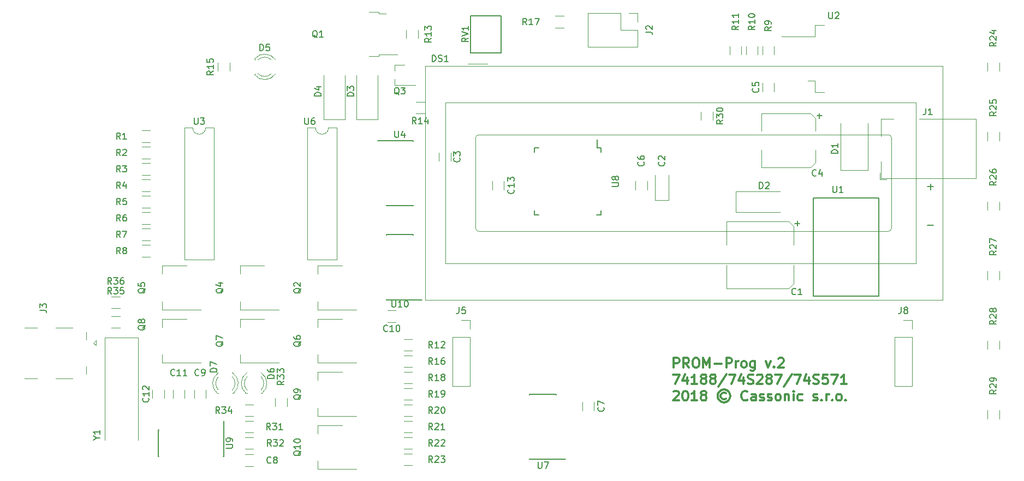
<source format=gto>
%TF.GenerationSoftware,KiCad,Pcbnew,5.1.10-88a1d61d58~90~ubuntu20.04.1*%
%TF.CreationDate,2021-08-26T08:22:14+02:00*%
%TF.ProjectId,promprog2,70726f6d-7072-46f6-9732-2e6b69636164,rev?*%
%TF.SameCoordinates,PX42c1d80PY8677d40*%
%TF.FileFunction,Legend,Top*%
%TF.FilePolarity,Positive*%
%FSLAX46Y46*%
G04 Gerber Fmt 4.6, Leading zero omitted, Abs format (unit mm)*
G04 Created by KiCad (PCBNEW 5.1.10-88a1d61d58~90~ubuntu20.04.1) date 2021-08-26 08:22:14*
%MOMM*%
%LPD*%
G01*
G04 APERTURE LIST*
%ADD10C,0.150000*%
%ADD11C,0.300000*%
%ADD12C,0.120000*%
G04 APERTURE END LIST*
D10*
X138362857Y38874286D02*
X139277142Y38874286D01*
X138372857Y44904286D02*
X139287142Y44904286D01*
X138830000Y44447143D02*
X138830000Y45361429D01*
D11*
X99017142Y16791429D02*
X99017142Y18291429D01*
X99588571Y18291429D01*
X99731428Y18220000D01*
X99802857Y18148572D01*
X99874285Y18005715D01*
X99874285Y17791429D01*
X99802857Y17648572D01*
X99731428Y17577143D01*
X99588571Y17505715D01*
X99017142Y17505715D01*
X101374285Y16791429D02*
X100874285Y17505715D01*
X100517142Y16791429D02*
X100517142Y18291429D01*
X101088571Y18291429D01*
X101231428Y18220000D01*
X101302857Y18148572D01*
X101374285Y18005715D01*
X101374285Y17791429D01*
X101302857Y17648572D01*
X101231428Y17577143D01*
X101088571Y17505715D01*
X100517142Y17505715D01*
X102302857Y18291429D02*
X102588571Y18291429D01*
X102731428Y18220000D01*
X102874285Y18077143D01*
X102945714Y17791429D01*
X102945714Y17291429D01*
X102874285Y17005715D01*
X102731428Y16862858D01*
X102588571Y16791429D01*
X102302857Y16791429D01*
X102160000Y16862858D01*
X102017142Y17005715D01*
X101945714Y17291429D01*
X101945714Y17791429D01*
X102017142Y18077143D01*
X102160000Y18220000D01*
X102302857Y18291429D01*
X103588571Y16791429D02*
X103588571Y18291429D01*
X104088571Y17220000D01*
X104588571Y18291429D01*
X104588571Y16791429D01*
X105302857Y17362858D02*
X106445714Y17362858D01*
X107160000Y16791429D02*
X107160000Y18291429D01*
X107731428Y18291429D01*
X107874285Y18220000D01*
X107945714Y18148572D01*
X108017142Y18005715D01*
X108017142Y17791429D01*
X107945714Y17648572D01*
X107874285Y17577143D01*
X107731428Y17505715D01*
X107160000Y17505715D01*
X108660000Y16791429D02*
X108660000Y17791429D01*
X108660000Y17505715D02*
X108731428Y17648572D01*
X108802857Y17720000D01*
X108945714Y17791429D01*
X109088571Y17791429D01*
X109802857Y16791429D02*
X109660000Y16862858D01*
X109588571Y16934286D01*
X109517142Y17077143D01*
X109517142Y17505715D01*
X109588571Y17648572D01*
X109660000Y17720000D01*
X109802857Y17791429D01*
X110017142Y17791429D01*
X110160000Y17720000D01*
X110231428Y17648572D01*
X110302857Y17505715D01*
X110302857Y17077143D01*
X110231428Y16934286D01*
X110160000Y16862858D01*
X110017142Y16791429D01*
X109802857Y16791429D01*
X111588571Y17791429D02*
X111588571Y16577143D01*
X111517142Y16434286D01*
X111445714Y16362858D01*
X111302857Y16291429D01*
X111088571Y16291429D01*
X110945714Y16362858D01*
X111588571Y16862858D02*
X111445714Y16791429D01*
X111160000Y16791429D01*
X111017142Y16862858D01*
X110945714Y16934286D01*
X110874285Y17077143D01*
X110874285Y17505715D01*
X110945714Y17648572D01*
X111017142Y17720000D01*
X111160000Y17791429D01*
X111445714Y17791429D01*
X111588571Y17720000D01*
X113302857Y17791429D02*
X113660000Y16791429D01*
X114017142Y17791429D01*
X114588571Y16934286D02*
X114660000Y16862858D01*
X114588571Y16791429D01*
X114517142Y16862858D01*
X114588571Y16934286D01*
X114588571Y16791429D01*
X115231428Y18148572D02*
X115302857Y18220000D01*
X115445714Y18291429D01*
X115802857Y18291429D01*
X115945714Y18220000D01*
X116017142Y18148572D01*
X116088571Y18005715D01*
X116088571Y17862858D01*
X116017142Y17648572D01*
X115160000Y16791429D01*
X116088571Y16791429D01*
X98874285Y15741429D02*
X99874285Y15741429D01*
X99231428Y14241429D01*
X101088571Y15241429D02*
X101088571Y14241429D01*
X100731428Y15812858D02*
X100374285Y14741429D01*
X101302857Y14741429D01*
X102660000Y14241429D02*
X101802857Y14241429D01*
X102231428Y14241429D02*
X102231428Y15741429D01*
X102088571Y15527143D01*
X101945714Y15384286D01*
X101802857Y15312858D01*
X103517142Y15098572D02*
X103374285Y15170000D01*
X103302857Y15241429D01*
X103231428Y15384286D01*
X103231428Y15455715D01*
X103302857Y15598572D01*
X103374285Y15670000D01*
X103517142Y15741429D01*
X103802857Y15741429D01*
X103945714Y15670000D01*
X104017142Y15598572D01*
X104088571Y15455715D01*
X104088571Y15384286D01*
X104017142Y15241429D01*
X103945714Y15170000D01*
X103802857Y15098572D01*
X103517142Y15098572D01*
X103374285Y15027143D01*
X103302857Y14955715D01*
X103231428Y14812858D01*
X103231428Y14527143D01*
X103302857Y14384286D01*
X103374285Y14312858D01*
X103517142Y14241429D01*
X103802857Y14241429D01*
X103945714Y14312858D01*
X104017142Y14384286D01*
X104088571Y14527143D01*
X104088571Y14812858D01*
X104017142Y14955715D01*
X103945714Y15027143D01*
X103802857Y15098572D01*
X104945714Y15098572D02*
X104802857Y15170000D01*
X104731428Y15241429D01*
X104660000Y15384286D01*
X104660000Y15455715D01*
X104731428Y15598572D01*
X104802857Y15670000D01*
X104945714Y15741429D01*
X105231428Y15741429D01*
X105374285Y15670000D01*
X105445714Y15598572D01*
X105517142Y15455715D01*
X105517142Y15384286D01*
X105445714Y15241429D01*
X105374285Y15170000D01*
X105231428Y15098572D01*
X104945714Y15098572D01*
X104802857Y15027143D01*
X104731428Y14955715D01*
X104660000Y14812858D01*
X104660000Y14527143D01*
X104731428Y14384286D01*
X104802857Y14312858D01*
X104945714Y14241429D01*
X105231428Y14241429D01*
X105374285Y14312858D01*
X105445714Y14384286D01*
X105517142Y14527143D01*
X105517142Y14812858D01*
X105445714Y14955715D01*
X105374285Y15027143D01*
X105231428Y15098572D01*
X107231428Y15812858D02*
X105945714Y13884286D01*
X107588571Y15741429D02*
X108588571Y15741429D01*
X107945714Y14241429D01*
X109802857Y15241429D02*
X109802857Y14241429D01*
X109445714Y15812858D02*
X109088571Y14741429D01*
X110017142Y14741429D01*
X110517142Y14312858D02*
X110731428Y14241429D01*
X111088571Y14241429D01*
X111231428Y14312858D01*
X111302857Y14384286D01*
X111374285Y14527143D01*
X111374285Y14670000D01*
X111302857Y14812858D01*
X111231428Y14884286D01*
X111088571Y14955715D01*
X110802857Y15027143D01*
X110660000Y15098572D01*
X110588571Y15170000D01*
X110517142Y15312858D01*
X110517142Y15455715D01*
X110588571Y15598572D01*
X110660000Y15670000D01*
X110802857Y15741429D01*
X111160000Y15741429D01*
X111374285Y15670000D01*
X111945714Y15598572D02*
X112017142Y15670000D01*
X112160000Y15741429D01*
X112517142Y15741429D01*
X112660000Y15670000D01*
X112731428Y15598572D01*
X112802857Y15455715D01*
X112802857Y15312858D01*
X112731428Y15098572D01*
X111874285Y14241429D01*
X112802857Y14241429D01*
X113660000Y15098572D02*
X113517142Y15170000D01*
X113445714Y15241429D01*
X113374285Y15384286D01*
X113374285Y15455715D01*
X113445714Y15598572D01*
X113517142Y15670000D01*
X113660000Y15741429D01*
X113945714Y15741429D01*
X114088571Y15670000D01*
X114160000Y15598572D01*
X114231428Y15455715D01*
X114231428Y15384286D01*
X114160000Y15241429D01*
X114088571Y15170000D01*
X113945714Y15098572D01*
X113660000Y15098572D01*
X113517142Y15027143D01*
X113445714Y14955715D01*
X113374285Y14812858D01*
X113374285Y14527143D01*
X113445714Y14384286D01*
X113517142Y14312858D01*
X113660000Y14241429D01*
X113945714Y14241429D01*
X114088571Y14312858D01*
X114160000Y14384286D01*
X114231428Y14527143D01*
X114231428Y14812858D01*
X114160000Y14955715D01*
X114088571Y15027143D01*
X113945714Y15098572D01*
X114731428Y15741429D02*
X115731428Y15741429D01*
X115088571Y14241429D01*
X117374285Y15812858D02*
X116088571Y13884286D01*
X117731428Y15741429D02*
X118731428Y15741429D01*
X118088571Y14241429D01*
X119945714Y15241429D02*
X119945714Y14241429D01*
X119588571Y15812858D02*
X119231428Y14741429D01*
X120160000Y14741429D01*
X120660000Y14312858D02*
X120874285Y14241429D01*
X121231428Y14241429D01*
X121374285Y14312858D01*
X121445714Y14384286D01*
X121517142Y14527143D01*
X121517142Y14670000D01*
X121445714Y14812858D01*
X121374285Y14884286D01*
X121231428Y14955715D01*
X120945714Y15027143D01*
X120802857Y15098572D01*
X120731428Y15170000D01*
X120660000Y15312858D01*
X120660000Y15455715D01*
X120731428Y15598572D01*
X120802857Y15670000D01*
X120945714Y15741429D01*
X121302857Y15741429D01*
X121517142Y15670000D01*
X122874285Y15741429D02*
X122160000Y15741429D01*
X122088571Y15027143D01*
X122160000Y15098572D01*
X122302857Y15170000D01*
X122660000Y15170000D01*
X122802857Y15098572D01*
X122874285Y15027143D01*
X122945714Y14884286D01*
X122945714Y14527143D01*
X122874285Y14384286D01*
X122802857Y14312858D01*
X122660000Y14241429D01*
X122302857Y14241429D01*
X122160000Y14312858D01*
X122088571Y14384286D01*
X123445714Y15741429D02*
X124445714Y15741429D01*
X123802857Y14241429D01*
X125802857Y14241429D02*
X124945714Y14241429D01*
X125374285Y14241429D02*
X125374285Y15741429D01*
X125231428Y15527143D01*
X125088571Y15384286D01*
X124945714Y15312858D01*
X98945714Y13048572D02*
X99017142Y13120000D01*
X99160000Y13191429D01*
X99517142Y13191429D01*
X99660000Y13120000D01*
X99731428Y13048572D01*
X99802857Y12905715D01*
X99802857Y12762858D01*
X99731428Y12548572D01*
X98874285Y11691429D01*
X99802857Y11691429D01*
X100731428Y13191429D02*
X100874285Y13191429D01*
X101017142Y13120000D01*
X101088571Y13048572D01*
X101160000Y12905715D01*
X101231428Y12620000D01*
X101231428Y12262858D01*
X101160000Y11977143D01*
X101088571Y11834286D01*
X101017142Y11762858D01*
X100874285Y11691429D01*
X100731428Y11691429D01*
X100588571Y11762858D01*
X100517142Y11834286D01*
X100445714Y11977143D01*
X100374285Y12262858D01*
X100374285Y12620000D01*
X100445714Y12905715D01*
X100517142Y13048572D01*
X100588571Y13120000D01*
X100731428Y13191429D01*
X102660000Y11691429D02*
X101802857Y11691429D01*
X102231428Y11691429D02*
X102231428Y13191429D01*
X102088571Y12977143D01*
X101945714Y12834286D01*
X101802857Y12762858D01*
X103517142Y12548572D02*
X103374285Y12620000D01*
X103302857Y12691429D01*
X103231428Y12834286D01*
X103231428Y12905715D01*
X103302857Y13048572D01*
X103374285Y13120000D01*
X103517142Y13191429D01*
X103802857Y13191429D01*
X103945714Y13120000D01*
X104017142Y13048572D01*
X104088571Y12905715D01*
X104088571Y12834286D01*
X104017142Y12691429D01*
X103945714Y12620000D01*
X103802857Y12548572D01*
X103517142Y12548572D01*
X103374285Y12477143D01*
X103302857Y12405715D01*
X103231428Y12262858D01*
X103231428Y11977143D01*
X103302857Y11834286D01*
X103374285Y11762858D01*
X103517142Y11691429D01*
X103802857Y11691429D01*
X103945714Y11762858D01*
X104017142Y11834286D01*
X104088571Y11977143D01*
X104088571Y12262858D01*
X104017142Y12405715D01*
X103945714Y12477143D01*
X103802857Y12548572D01*
X107088571Y12834286D02*
X106945714Y12905715D01*
X106660000Y12905715D01*
X106517142Y12834286D01*
X106374285Y12691429D01*
X106302857Y12548572D01*
X106302857Y12262858D01*
X106374285Y12120000D01*
X106517142Y11977143D01*
X106660000Y11905715D01*
X106945714Y11905715D01*
X107088571Y11977143D01*
X106802857Y13405715D02*
X106445714Y13334286D01*
X106088571Y13120000D01*
X105874285Y12762858D01*
X105802857Y12405715D01*
X105874285Y12048572D01*
X106088571Y11691429D01*
X106445714Y11477143D01*
X106802857Y11405715D01*
X107160000Y11477143D01*
X107517142Y11691429D01*
X107731428Y12048572D01*
X107802857Y12405715D01*
X107731428Y12762858D01*
X107517142Y13120000D01*
X107160000Y13334286D01*
X106802857Y13405715D01*
X110445714Y11834286D02*
X110374285Y11762858D01*
X110160000Y11691429D01*
X110017142Y11691429D01*
X109802857Y11762858D01*
X109660000Y11905715D01*
X109588571Y12048572D01*
X109517142Y12334286D01*
X109517142Y12548572D01*
X109588571Y12834286D01*
X109660000Y12977143D01*
X109802857Y13120000D01*
X110017142Y13191429D01*
X110160000Y13191429D01*
X110374285Y13120000D01*
X110445714Y13048572D01*
X111731428Y11691429D02*
X111731428Y12477143D01*
X111660000Y12620000D01*
X111517142Y12691429D01*
X111231428Y12691429D01*
X111088571Y12620000D01*
X111731428Y11762858D02*
X111588571Y11691429D01*
X111231428Y11691429D01*
X111088571Y11762858D01*
X111017142Y11905715D01*
X111017142Y12048572D01*
X111088571Y12191429D01*
X111231428Y12262858D01*
X111588571Y12262858D01*
X111731428Y12334286D01*
X112374285Y11762858D02*
X112517142Y11691429D01*
X112802857Y11691429D01*
X112945714Y11762858D01*
X113017142Y11905715D01*
X113017142Y11977143D01*
X112945714Y12120000D01*
X112802857Y12191429D01*
X112588571Y12191429D01*
X112445714Y12262858D01*
X112374285Y12405715D01*
X112374285Y12477143D01*
X112445714Y12620000D01*
X112588571Y12691429D01*
X112802857Y12691429D01*
X112945714Y12620000D01*
X113588571Y11762858D02*
X113731428Y11691429D01*
X114017142Y11691429D01*
X114160000Y11762858D01*
X114231428Y11905715D01*
X114231428Y11977143D01*
X114160000Y12120000D01*
X114017142Y12191429D01*
X113802857Y12191429D01*
X113660000Y12262858D01*
X113588571Y12405715D01*
X113588571Y12477143D01*
X113660000Y12620000D01*
X113802857Y12691429D01*
X114017142Y12691429D01*
X114160000Y12620000D01*
X115088571Y11691429D02*
X114945714Y11762858D01*
X114874285Y11834286D01*
X114802857Y11977143D01*
X114802857Y12405715D01*
X114874285Y12548572D01*
X114945714Y12620000D01*
X115088571Y12691429D01*
X115302857Y12691429D01*
X115445714Y12620000D01*
X115517142Y12548572D01*
X115588571Y12405715D01*
X115588571Y11977143D01*
X115517142Y11834286D01*
X115445714Y11762858D01*
X115302857Y11691429D01*
X115088571Y11691429D01*
X116231428Y12691429D02*
X116231428Y11691429D01*
X116231428Y12548572D02*
X116302857Y12620000D01*
X116445714Y12691429D01*
X116660000Y12691429D01*
X116802857Y12620000D01*
X116874285Y12477143D01*
X116874285Y11691429D01*
X117588571Y11691429D02*
X117588571Y12691429D01*
X117588571Y13191429D02*
X117517142Y13120000D01*
X117588571Y13048572D01*
X117660000Y13120000D01*
X117588571Y13191429D01*
X117588571Y13048572D01*
X118945714Y11762858D02*
X118802857Y11691429D01*
X118517142Y11691429D01*
X118374285Y11762858D01*
X118302857Y11834286D01*
X118231428Y11977143D01*
X118231428Y12405715D01*
X118302857Y12548572D01*
X118374285Y12620000D01*
X118517142Y12691429D01*
X118802857Y12691429D01*
X118945714Y12620000D01*
X120660000Y11762858D02*
X120802857Y11691429D01*
X121088571Y11691429D01*
X121231428Y11762858D01*
X121302857Y11905715D01*
X121302857Y11977143D01*
X121231428Y12120000D01*
X121088571Y12191429D01*
X120874285Y12191429D01*
X120731428Y12262858D01*
X120660000Y12405715D01*
X120660000Y12477143D01*
X120731428Y12620000D01*
X120874285Y12691429D01*
X121088571Y12691429D01*
X121231428Y12620000D01*
X121945714Y11834286D02*
X122017142Y11762858D01*
X121945714Y11691429D01*
X121874285Y11762858D01*
X121945714Y11834286D01*
X121945714Y11691429D01*
X122660000Y11691429D02*
X122660000Y12691429D01*
X122660000Y12405715D02*
X122731428Y12548572D01*
X122802857Y12620000D01*
X122945714Y12691429D01*
X123088571Y12691429D01*
X123588571Y11834286D02*
X123660000Y11762858D01*
X123588571Y11691429D01*
X123517142Y11762858D01*
X123588571Y11834286D01*
X123588571Y11691429D01*
X124517142Y11691429D02*
X124374285Y11762858D01*
X124302857Y11834286D01*
X124231428Y11977143D01*
X124231428Y12405715D01*
X124302857Y12548572D01*
X124374285Y12620000D01*
X124517142Y12691429D01*
X124731428Y12691429D01*
X124874285Y12620000D01*
X124945714Y12548572D01*
X125017142Y12405715D01*
X125017142Y11977143D01*
X124945714Y11834286D01*
X124874285Y11762858D01*
X124731428Y11691429D01*
X124517142Y11691429D01*
X125660000Y11834286D02*
X125731428Y11762858D01*
X125660000Y11691429D01*
X125588571Y11762858D01*
X125660000Y11834286D01*
X125660000Y11691429D01*
D12*
%TO.C,R35*%
X11796000Y24786000D02*
X13096000Y24786000D01*
X11796000Y22966000D02*
X13096000Y22966000D01*
%TO.C,R36*%
X11796000Y26014000D02*
X13096000Y26014000D01*
X11796000Y27834000D02*
X13096000Y27834000D01*
%TO.C,R34*%
X32497000Y11070000D02*
X33797000Y11070000D01*
X32497000Y9250000D02*
X33797000Y9250000D01*
%TO.C,R31*%
X32497000Y6710000D02*
X33797000Y6710000D01*
X32497000Y8530000D02*
X33797000Y8530000D01*
%TO.C,R32*%
X32497000Y4170000D02*
X33797000Y4170000D01*
X32497000Y5990000D02*
X33797000Y5990000D01*
%TO.C,D7*%
X28228000Y12791000D02*
X28384000Y12791000D01*
X30544000Y12791000D02*
X30700000Y12791000D01*
X30543837Y15392130D02*
G75*
G02*
X30544000Y13310039I-1079837J-1041130D01*
G01*
X28384163Y15392130D02*
G75*
G03*
X28384000Y13310039I1079837J-1041130D01*
G01*
X30542608Y16023335D02*
G75*
G02*
X30699516Y12791000I-1078608J-1672335D01*
G01*
X28385392Y16023335D02*
G75*
G03*
X28228484Y12791000I1078608J-1672335D01*
G01*
%TO.C,D6*%
X34989000Y12791000D02*
X35145000Y12791000D01*
X32673000Y12791000D02*
X32829000Y12791000D01*
X32830392Y16023335D02*
G75*
G03*
X32673484Y12791000I1078608J-1672335D01*
G01*
X34987608Y16023335D02*
G75*
G02*
X35144516Y12791000I-1078608J-1672335D01*
G01*
X32829163Y15392130D02*
G75*
G03*
X32829000Y13310039I1079837J-1041130D01*
G01*
X34988837Y15392130D02*
G75*
G02*
X34989000Y13310039I-1079837J-1041130D01*
G01*
%TO.C,R33*%
X39010000Y10780000D02*
X39010000Y12080000D01*
X37190000Y10780000D02*
X37190000Y12080000D01*
%TO.C,C7*%
X84815000Y11445000D02*
X84815000Y10145000D01*
X86635000Y11445000D02*
X86635000Y10145000D01*
D10*
%TO.C,U8*%
X87150000Y50895000D02*
X87150000Y52170000D01*
X87725000Y40545000D02*
X87725000Y41220000D01*
X77375000Y40545000D02*
X77375000Y41220000D01*
X77375000Y50895000D02*
X77375000Y50220000D01*
X87725000Y50895000D02*
X87725000Y50220000D01*
X77375000Y50895000D02*
X78050000Y50895000D01*
X77375000Y40545000D02*
X78050000Y40545000D01*
X87725000Y40545000D02*
X87050000Y40545000D01*
X87725000Y50895000D02*
X87150000Y50895000D01*
D12*
%TO.C,C2*%
X98215000Y42765000D02*
X98215000Y46685000D01*
X96095000Y42765000D02*
X98215000Y42765000D01*
X96095000Y46685000D02*
X96095000Y42765000D01*
%TO.C,R16*%
X58435000Y18690000D02*
X57135000Y18690000D01*
X58435000Y16870000D02*
X57135000Y16870000D01*
%TO.C,C13*%
X70845000Y45735000D02*
X70845000Y44435000D01*
X72665000Y45735000D02*
X72665000Y44435000D01*
D10*
%TO.C,U1*%
X130810000Y27940000D02*
X130810000Y41910000D01*
X120650000Y27940000D02*
X130810000Y27940000D01*
X120650000Y43180000D02*
X120650000Y27940000D01*
X130810000Y43180000D02*
X120650000Y43180000D01*
X130810000Y41910000D02*
X130810000Y43180000D01*
D12*
%TO.C,J5*%
X64710000Y21590000D02*
X67370000Y21590000D01*
X64710000Y21590000D02*
X64710000Y13910000D01*
X64710000Y13910000D02*
X67370000Y13910000D01*
X67370000Y21590000D02*
X67370000Y13910000D01*
X67370000Y24190000D02*
X67370000Y22860000D01*
X66040000Y24190000D02*
X67370000Y24190000D01*
%TO.C,J8*%
X134620000Y24190000D02*
X135950000Y24190000D01*
X135950000Y24190000D02*
X135950000Y22860000D01*
X135950000Y21590000D02*
X135950000Y13910000D01*
X133290000Y13910000D02*
X135950000Y13910000D01*
X133290000Y21590000D02*
X133290000Y13910000D01*
X133290000Y21590000D02*
X135950000Y21590000D01*
%TO.C,C1*%
X117605000Y29840000D02*
X117605000Y32730000D01*
X117605000Y38740000D02*
X117605000Y35850000D01*
X107185000Y39500000D02*
X107185000Y35850000D01*
X107185000Y29080000D02*
X107185000Y32730000D01*
X107185000Y39500000D02*
X116845000Y39500000D01*
X116845000Y39500000D02*
X117605000Y38740000D01*
X117605000Y29840000D02*
X116845000Y29080000D01*
X116845000Y29080000D02*
X107185000Y29080000D01*
%TO.C,C4*%
X120270000Y47880000D02*
X112650000Y47880000D01*
X121030000Y48640000D02*
X120270000Y47880000D01*
X120270000Y56260000D02*
X121030000Y55500000D01*
X112650000Y56260000D02*
X120270000Y56260000D01*
X121030000Y55500000D02*
X121030000Y53580000D01*
X121030000Y48640000D02*
X121030000Y50560000D01*
X112650000Y47880000D02*
X112650000Y50560000D01*
X112650000Y56260000D02*
X112650000Y53580000D01*
%TO.C,C8*%
X33797000Y1503000D02*
X32497000Y1503000D01*
X33797000Y3323000D02*
X32497000Y3323000D01*
%TO.C,C9*%
X26437000Y12050000D02*
X26437000Y13350000D01*
X24617000Y12050000D02*
X24617000Y13350000D01*
%TO.C,C10*%
X55895000Y23855000D02*
X54595000Y23855000D01*
X55895000Y25675000D02*
X54595000Y25675000D01*
%TO.C,C6*%
X93070000Y45735000D02*
X93070000Y44435000D01*
X94890000Y45735000D02*
X94890000Y44435000D01*
%TO.C,C5*%
X114575000Y60975000D02*
X114575000Y59675000D01*
X112755000Y60975000D02*
X112755000Y59675000D01*
%TO.C,C3*%
X64410000Y48880000D02*
X64410000Y50180000D01*
X62590000Y48880000D02*
X62590000Y50180000D01*
%TO.C,C12*%
X19960000Y13350000D02*
X19960000Y12050000D01*
X18140000Y13350000D02*
X18140000Y12050000D01*
%TO.C,C11*%
X21315000Y13350000D02*
X21315000Y12050000D01*
X23135000Y13350000D02*
X23135000Y12050000D01*
D10*
%TO.C,RV1*%
X67450000Y71380000D02*
X67450000Y65680000D01*
X72250000Y71380000D02*
X67450000Y71380000D01*
X72250000Y65680000D02*
X72250000Y71380000D01*
X67450000Y65680000D02*
X72250000Y65680000D01*
D12*
%TO.C,J3*%
X8995000Y20650000D02*
X9445000Y21000000D01*
X9445000Y21000000D02*
X9445000Y20300000D01*
X9445000Y20300000D02*
X8995000Y20650000D01*
X-1655000Y22950000D02*
X245000Y22950000D01*
X3145000Y22950000D02*
X5745000Y22950000D01*
X7845000Y22300000D02*
X7845000Y21100000D01*
X7845000Y17000000D02*
X7845000Y15800000D01*
X3145000Y15150000D02*
X5745000Y15150000D01*
X-1655000Y15100000D02*
X245000Y15100000D01*
%TO.C,Y1*%
X10785000Y21505000D02*
X10785000Y5530000D01*
X15885000Y21505000D02*
X10785000Y21505000D01*
X15885000Y5530000D02*
X15885000Y21505000D01*
%TO.C,D4*%
X44705000Y55290000D02*
X44705000Y62190000D01*
X48005000Y55290000D02*
X48005000Y62190000D01*
X44705000Y55290000D02*
X48005000Y55290000D01*
%TO.C,D2*%
X108630000Y44195000D02*
X108630000Y40895000D01*
X108630000Y40895000D02*
X115530000Y40895000D01*
X108630000Y44195000D02*
X115530000Y44195000D01*
%TO.C,D3*%
X49785000Y55290000D02*
X49785000Y62190000D01*
X53085000Y55290000D02*
X53085000Y62190000D01*
X49785000Y55290000D02*
X53085000Y55290000D01*
%TO.C,D1*%
X124850000Y47470000D02*
X124850000Y54770000D01*
X129150000Y47470000D02*
X129150000Y54770000D01*
X124850000Y47470000D02*
X129150000Y47470000D01*
D10*
%TO.C,U4*%
X54440000Y52065000D02*
X54440000Y52040000D01*
X58590000Y52065000D02*
X58590000Y51960000D01*
X58590000Y41915000D02*
X58590000Y42020000D01*
X54440000Y41915000D02*
X54440000Y42020000D01*
X54440000Y52065000D02*
X58590000Y52065000D01*
X54440000Y41915000D02*
X58590000Y41915000D01*
X54440000Y52040000D02*
X53065000Y52040000D01*
%TO.C,U7*%
X80815000Y2570000D02*
X82190000Y2570000D01*
X80815000Y12695000D02*
X76665000Y12695000D01*
X80815000Y2545000D02*
X76665000Y2545000D01*
X80815000Y12695000D02*
X80815000Y12590000D01*
X76665000Y12695000D02*
X76665000Y12590000D01*
X76665000Y2545000D02*
X76665000Y2650000D01*
X80815000Y2545000D02*
X80815000Y2570000D01*
%TO.C,U9*%
X29205000Y7155000D02*
X29180000Y7155000D01*
X29205000Y3005000D02*
X29100000Y3005000D01*
X19055000Y3005000D02*
X19160000Y3005000D01*
X19055000Y7155000D02*
X19160000Y7155000D01*
X29205000Y7155000D02*
X29205000Y3005000D01*
X19055000Y7155000D02*
X19055000Y3005000D01*
X29180000Y7155000D02*
X29180000Y8530000D01*
%TO.C,U10*%
X58590000Y27335000D02*
X59965000Y27335000D01*
X58590000Y37460000D02*
X54440000Y37460000D01*
X58590000Y27310000D02*
X54440000Y27310000D01*
X58590000Y37460000D02*
X58590000Y37355000D01*
X54440000Y37460000D02*
X54440000Y37355000D01*
X54440000Y27310000D02*
X54440000Y27415000D01*
X58590000Y27310000D02*
X58590000Y27335000D01*
D12*
%TO.C,Q9*%
X43810000Y16110000D02*
X43810000Y14850000D01*
X43810000Y9290000D02*
X43810000Y10550000D01*
X47570000Y16110000D02*
X43810000Y16110000D01*
X49820000Y9290000D02*
X43810000Y9290000D01*
%TO.C,Q8*%
X25690000Y17545000D02*
X19680000Y17545000D01*
X23440000Y24365000D02*
X19680000Y24365000D01*
X19680000Y17545000D02*
X19680000Y18805000D01*
X19680000Y24365000D02*
X19680000Y23105000D01*
%TO.C,Q7*%
X31745000Y24365000D02*
X31745000Y23105000D01*
X31745000Y17545000D02*
X31745000Y18805000D01*
X35505000Y24365000D02*
X31745000Y24365000D01*
X37755000Y17545000D02*
X31745000Y17545000D01*
%TO.C,Q10*%
X49820000Y1035000D02*
X43810000Y1035000D01*
X47570000Y7855000D02*
X43810000Y7855000D01*
X43810000Y1035000D02*
X43810000Y2295000D01*
X43810000Y7855000D02*
X43810000Y6595000D01*
%TO.C,Q6*%
X43810000Y24365000D02*
X43810000Y23105000D01*
X43810000Y17545000D02*
X43810000Y18805000D01*
X47570000Y24365000D02*
X43810000Y24365000D01*
X49820000Y17545000D02*
X43810000Y17545000D01*
%TO.C,Q5*%
X25690000Y25800000D02*
X19680000Y25800000D01*
X23440000Y32620000D02*
X19680000Y32620000D01*
X19680000Y25800000D02*
X19680000Y27060000D01*
X19680000Y32620000D02*
X19680000Y31360000D01*
%TO.C,Q4*%
X31745000Y32620000D02*
X31745000Y31360000D01*
X31745000Y25800000D02*
X31745000Y27060000D01*
X35505000Y32620000D02*
X31745000Y32620000D01*
X37755000Y25800000D02*
X31745000Y25800000D01*
%TO.C,Q2*%
X49820000Y25800000D02*
X43810000Y25800000D01*
X47570000Y32620000D02*
X43810000Y32620000D01*
X43810000Y25800000D02*
X43810000Y27060000D01*
X43810000Y32620000D02*
X43810000Y31360000D01*
%TO.C,Q3*%
X55755000Y63810000D02*
X57215000Y63810000D01*
X55755000Y60650000D02*
X58915000Y60650000D01*
X55755000Y60650000D02*
X55755000Y61580000D01*
X55755000Y63810000D02*
X55755000Y62880000D01*
%TO.C,Q1*%
X53270000Y71760000D02*
X54370000Y71760000D01*
X53270000Y72030000D02*
X53270000Y71760000D01*
X51770000Y72030000D02*
X53270000Y72030000D01*
X53270000Y65400000D02*
X56100000Y65400000D01*
X53270000Y65130000D02*
X53270000Y65400000D01*
X51770000Y65130000D02*
X53270000Y65130000D01*
%TO.C,U2*%
X120875000Y61380000D02*
X119775000Y61380000D01*
X120875000Y59570000D02*
X120875000Y61380000D01*
X122375000Y59570000D02*
X120875000Y59570000D01*
X120875000Y68160000D02*
X115750000Y68160000D01*
X120875000Y69970000D02*
X120875000Y68160000D01*
X122375000Y69970000D02*
X120875000Y69970000D01*
%TO.C,R4*%
X17795000Y45995000D02*
X16495000Y45995000D01*
X17795000Y44175000D02*
X16495000Y44175000D01*
%TO.C,R2*%
X17795000Y49255000D02*
X16495000Y49255000D01*
X17795000Y51075000D02*
X16495000Y51075000D01*
%TO.C,R1*%
X17795000Y53615000D02*
X16495000Y53615000D01*
X17795000Y51795000D02*
X16495000Y51795000D01*
%TO.C,R5*%
X17795000Y41635000D02*
X16495000Y41635000D01*
X17795000Y43455000D02*
X16495000Y43455000D01*
%TO.C,R6*%
X17795000Y40915000D02*
X16495000Y40915000D01*
X17795000Y39095000D02*
X16495000Y39095000D01*
%TO.C,R7*%
X17795000Y36555000D02*
X16495000Y36555000D01*
X17795000Y38375000D02*
X16495000Y38375000D01*
%TO.C,R30*%
X103230000Y56530000D02*
X103230000Y55230000D01*
X105050000Y56530000D02*
X105050000Y55230000D01*
%TO.C,R9*%
X112755000Y65390000D02*
X112755000Y66690000D01*
X114575000Y65390000D02*
X114575000Y66690000D01*
%TO.C,R10*%
X110215000Y66690000D02*
X110215000Y65390000D01*
X112035000Y66690000D02*
X112035000Y65390000D01*
%TO.C,R11*%
X109495000Y66690000D02*
X109495000Y65390000D01*
X107675000Y66690000D02*
X107675000Y65390000D01*
%TO.C,R12*%
X58435000Y21230000D02*
X57135000Y21230000D01*
X58435000Y19410000D02*
X57135000Y19410000D01*
%TO.C,R27*%
X149500000Y31765000D02*
X149500000Y30465000D01*
X147680000Y31765000D02*
X147680000Y30465000D01*
%TO.C,R28*%
X147680000Y20970000D02*
X147680000Y19670000D01*
X149500000Y20970000D02*
X149500000Y19670000D01*
%TO.C,R29*%
X149500000Y10175000D02*
X149500000Y8875000D01*
X147680000Y10175000D02*
X147680000Y8875000D01*
%TO.C,R3*%
X17795000Y48535000D02*
X16495000Y48535000D01*
X17795000Y46715000D02*
X16495000Y46715000D01*
%TO.C,R26*%
X147680000Y42560000D02*
X147680000Y41260000D01*
X149500000Y42560000D02*
X149500000Y41260000D01*
%TO.C,R25*%
X149500000Y53355000D02*
X149500000Y52055000D01*
X147680000Y53355000D02*
X147680000Y52055000D01*
%TO.C,R24*%
X147680000Y64150000D02*
X147680000Y62850000D01*
X149500000Y64150000D02*
X149500000Y62850000D01*
%TO.C,R23*%
X58435000Y1630000D02*
X57135000Y1630000D01*
X58435000Y3450000D02*
X57135000Y3450000D01*
%TO.C,R22*%
X58435000Y5990000D02*
X57135000Y5990000D01*
X58435000Y4170000D02*
X57135000Y4170000D01*
%TO.C,R21*%
X58435000Y6710000D02*
X57135000Y6710000D01*
X58435000Y8530000D02*
X57135000Y8530000D01*
%TO.C,R20*%
X58435000Y11070000D02*
X57135000Y11070000D01*
X58435000Y9250000D02*
X57135000Y9250000D01*
%TO.C,R19*%
X58435000Y11790000D02*
X57135000Y11790000D01*
X58435000Y13610000D02*
X57135000Y13610000D01*
%TO.C,R14*%
X60340000Y58060000D02*
X59040000Y58060000D01*
X60340000Y56240000D02*
X59040000Y56240000D01*
%TO.C,R18*%
X58435000Y16150000D02*
X57135000Y16150000D01*
X58435000Y14330000D02*
X57135000Y14330000D01*
%TO.C,R17*%
X80630000Y71395000D02*
X81930000Y71395000D01*
X80630000Y69575000D02*
X81930000Y69575000D01*
%TO.C,R15*%
X30120000Y62850000D02*
X30120000Y64150000D01*
X28300000Y62850000D02*
X28300000Y64150000D01*
%TO.C,R8*%
X17795000Y34015000D02*
X16495000Y34015000D01*
X17795000Y35835000D02*
X16495000Y35835000D01*
%TO.C,R13*%
X59330000Y67930000D02*
X59330000Y69230000D01*
X57510000Y67930000D02*
X57510000Y69230000D01*
%TO.C,J2*%
X93405000Y71815000D02*
X93405000Y70485000D01*
X92075000Y71815000D02*
X93405000Y71815000D01*
X93405000Y69215000D02*
X93405000Y66615000D01*
X90805000Y69215000D02*
X93405000Y69215000D01*
X90805000Y71815000D02*
X90805000Y69215000D01*
X93405000Y66615000D02*
X85665000Y66615000D01*
X90805000Y71815000D02*
X85665000Y71815000D01*
X85665000Y71815000D02*
X85665000Y66615000D01*
%TO.C,J1*%
X131180000Y46200000D02*
X131180000Y48800000D01*
X145880000Y46200000D02*
X131180000Y46200000D01*
X131180000Y55400000D02*
X133080000Y55400000D01*
X131180000Y52700000D02*
X131180000Y55400000D01*
X145880000Y55400000D02*
X145880000Y46200000D01*
X137080000Y55400000D02*
X145880000Y55400000D01*
X132030000Y46000000D02*
X130980000Y46000000D01*
X130980000Y47050000D02*
X130980000Y46000000D01*
%TO.C,DS1*%
X63580000Y32960000D02*
X63580000Y57960000D01*
X136580000Y32960000D02*
X63580000Y32960000D01*
X136580000Y57960000D02*
X136580000Y32960000D01*
X63580000Y57960000D02*
X136580000Y57960000D01*
X132780000Y52460000D02*
X132780000Y38460000D01*
X132280660Y37960000D02*
X68780000Y37960000D01*
X68280280Y38460680D02*
X68280280Y52460000D01*
X68780000Y52960000D02*
X132280000Y52960000D01*
X67080000Y63960000D02*
X70080000Y63960000D01*
X60450000Y63600000D02*
X61240000Y63600000D01*
X60440000Y63600000D02*
X60440000Y27320000D01*
X140720000Y63600000D02*
X61240000Y63600000D01*
X140720000Y27320000D02*
X140720000Y63600000D01*
X60440000Y27320000D02*
X140720000Y27320000D01*
X132780000Y52460000D02*
G75*
G03*
X132280000Y52960000I-500000J0D01*
G01*
X132280660Y37960300D02*
G75*
G03*
X132781040Y38460680I0J500380D01*
G01*
X68280280Y38460680D02*
G75*
G03*
X68780660Y37960300I500380J0D01*
G01*
X68780660Y52961540D02*
G75*
G03*
X68280280Y52461160I0J-500380D01*
G01*
%TO.C,D5*%
X34000000Y62420000D02*
X34000000Y62264000D01*
X34000000Y64736000D02*
X34000000Y64580000D01*
X37232335Y64578608D02*
G75*
G03*
X34000000Y64735516I-1672335J-1078608D01*
G01*
X37232335Y62421392D02*
G75*
G02*
X34000000Y62264484I-1672335J1078608D01*
G01*
X36601130Y64579837D02*
G75*
G03*
X34519039Y64580000I-1041130J-1079837D01*
G01*
X36601130Y62420163D02*
G75*
G02*
X34519039Y62420000I-1041130J1079837D01*
G01*
%TO.C,U6*%
X46700000Y54035000D02*
X45450000Y54035000D01*
X46700000Y33595000D02*
X46700000Y54035000D01*
X42200000Y33595000D02*
X46700000Y33595000D01*
X42200000Y54035000D02*
X42200000Y33595000D01*
X43450000Y54035000D02*
X42200000Y54035000D01*
X45450000Y54035000D02*
G75*
G02*
X43450000Y54035000I-1000000J0D01*
G01*
%TO.C,U3*%
X27650000Y54035000D02*
X26400000Y54035000D01*
X27650000Y33595000D02*
X27650000Y54035000D01*
X23150000Y33595000D02*
X27650000Y33595000D01*
X23150000Y54035000D02*
X23150000Y33595000D01*
X24400000Y54035000D02*
X23150000Y54035000D01*
X26400000Y54035000D02*
G75*
G02*
X24400000Y54035000I-1000000J0D01*
G01*
%TO.C,R35*%
D10*
X11803142Y28249620D02*
X11469809Y28725810D01*
X11231714Y28249620D02*
X11231714Y29249620D01*
X11612666Y29249620D01*
X11707904Y29202000D01*
X11755523Y29154381D01*
X11803142Y29059143D01*
X11803142Y28916286D01*
X11755523Y28821048D01*
X11707904Y28773429D01*
X11612666Y28725810D01*
X11231714Y28725810D01*
X12136476Y29249620D02*
X12755523Y29249620D01*
X12422190Y28868667D01*
X12565047Y28868667D01*
X12660285Y28821048D01*
X12707904Y28773429D01*
X12755523Y28678191D01*
X12755523Y28440096D01*
X12707904Y28344858D01*
X12660285Y28297239D01*
X12565047Y28249620D01*
X12279333Y28249620D01*
X12184095Y28297239D01*
X12136476Y28344858D01*
X13660285Y29249620D02*
X13184095Y29249620D01*
X13136476Y28773429D01*
X13184095Y28821048D01*
X13279333Y28868667D01*
X13517428Y28868667D01*
X13612666Y28821048D01*
X13660285Y28773429D01*
X13707904Y28678191D01*
X13707904Y28440096D01*
X13660285Y28344858D01*
X13612666Y28297239D01*
X13517428Y28249620D01*
X13279333Y28249620D01*
X13184095Y28297239D01*
X13136476Y28344858D01*
%TO.C,R36*%
X11803142Y29773620D02*
X11469809Y30249810D01*
X11231714Y29773620D02*
X11231714Y30773620D01*
X11612666Y30773620D01*
X11707904Y30726000D01*
X11755523Y30678381D01*
X11803142Y30583143D01*
X11803142Y30440286D01*
X11755523Y30345048D01*
X11707904Y30297429D01*
X11612666Y30249810D01*
X11231714Y30249810D01*
X12136476Y30773620D02*
X12755523Y30773620D01*
X12422190Y30392667D01*
X12565047Y30392667D01*
X12660285Y30345048D01*
X12707904Y30297429D01*
X12755523Y30202191D01*
X12755523Y29964096D01*
X12707904Y29868858D01*
X12660285Y29821239D01*
X12565047Y29773620D01*
X12279333Y29773620D01*
X12184095Y29821239D01*
X12136476Y29868858D01*
X13612666Y30773620D02*
X13422190Y30773620D01*
X13326952Y30726000D01*
X13279333Y30678381D01*
X13184095Y30535524D01*
X13136476Y30345048D01*
X13136476Y29964096D01*
X13184095Y29868858D01*
X13231714Y29821239D01*
X13326952Y29773620D01*
X13517428Y29773620D01*
X13612666Y29821239D01*
X13660285Y29868858D01*
X13707904Y29964096D01*
X13707904Y30202191D01*
X13660285Y30297429D01*
X13612666Y30345048D01*
X13517428Y30392667D01*
X13326952Y30392667D01*
X13231714Y30345048D01*
X13184095Y30297429D01*
X13136476Y30202191D01*
%TO.C,R34*%
X28567142Y9707620D02*
X28233809Y10183810D01*
X27995714Y9707620D02*
X27995714Y10707620D01*
X28376666Y10707620D01*
X28471904Y10660000D01*
X28519523Y10612381D01*
X28567142Y10517143D01*
X28567142Y10374286D01*
X28519523Y10279048D01*
X28471904Y10231429D01*
X28376666Y10183810D01*
X27995714Y10183810D01*
X28900476Y10707620D02*
X29519523Y10707620D01*
X29186190Y10326667D01*
X29329047Y10326667D01*
X29424285Y10279048D01*
X29471904Y10231429D01*
X29519523Y10136191D01*
X29519523Y9898096D01*
X29471904Y9802858D01*
X29424285Y9755239D01*
X29329047Y9707620D01*
X29043333Y9707620D01*
X28948095Y9755239D01*
X28900476Y9802858D01*
X30376666Y10374286D02*
X30376666Y9707620D01*
X30138571Y10755239D02*
X29900476Y10040953D01*
X30519523Y10040953D01*
%TO.C,R31*%
X36441142Y7167620D02*
X36107809Y7643810D01*
X35869714Y7167620D02*
X35869714Y8167620D01*
X36250666Y8167620D01*
X36345904Y8120000D01*
X36393523Y8072381D01*
X36441142Y7977143D01*
X36441142Y7834286D01*
X36393523Y7739048D01*
X36345904Y7691429D01*
X36250666Y7643810D01*
X35869714Y7643810D01*
X36774476Y8167620D02*
X37393523Y8167620D01*
X37060190Y7786667D01*
X37203047Y7786667D01*
X37298285Y7739048D01*
X37345904Y7691429D01*
X37393523Y7596191D01*
X37393523Y7358096D01*
X37345904Y7262858D01*
X37298285Y7215239D01*
X37203047Y7167620D01*
X36917333Y7167620D01*
X36822095Y7215239D01*
X36774476Y7262858D01*
X38345904Y7167620D02*
X37774476Y7167620D01*
X38060190Y7167620D02*
X38060190Y8167620D01*
X37964952Y8024762D01*
X37869714Y7929524D01*
X37774476Y7881905D01*
%TO.C,R32*%
X36568142Y4627620D02*
X36234809Y5103810D01*
X35996714Y4627620D02*
X35996714Y5627620D01*
X36377666Y5627620D01*
X36472904Y5580000D01*
X36520523Y5532381D01*
X36568142Y5437143D01*
X36568142Y5294286D01*
X36520523Y5199048D01*
X36472904Y5151429D01*
X36377666Y5103810D01*
X35996714Y5103810D01*
X36901476Y5627620D02*
X37520523Y5627620D01*
X37187190Y5246667D01*
X37330047Y5246667D01*
X37425285Y5199048D01*
X37472904Y5151429D01*
X37520523Y5056191D01*
X37520523Y4818096D01*
X37472904Y4722858D01*
X37425285Y4675239D01*
X37330047Y4627620D01*
X37044333Y4627620D01*
X36949095Y4675239D01*
X36901476Y4722858D01*
X37901476Y5532381D02*
X37949095Y5580000D01*
X38044333Y5627620D01*
X38282428Y5627620D01*
X38377666Y5580000D01*
X38425285Y5532381D01*
X38472904Y5437143D01*
X38472904Y5341905D01*
X38425285Y5199048D01*
X37853857Y4627620D01*
X38472904Y4627620D01*
%TO.C,D7*%
X28138380Y16152905D02*
X27138380Y16152905D01*
X27138380Y16391000D01*
X27186000Y16533858D01*
X27281238Y16629096D01*
X27376476Y16676715D01*
X27566952Y16724334D01*
X27709809Y16724334D01*
X27900285Y16676715D01*
X27995523Y16629096D01*
X28090761Y16533858D01*
X28138380Y16391000D01*
X28138380Y16152905D01*
X27138380Y17057667D02*
X27138380Y17724334D01*
X28138380Y17295762D01*
%TO.C,D6*%
X37028380Y15136905D02*
X36028380Y15136905D01*
X36028380Y15375000D01*
X36076000Y15517858D01*
X36171238Y15613096D01*
X36266476Y15660715D01*
X36456952Y15708334D01*
X36599809Y15708334D01*
X36790285Y15660715D01*
X36885523Y15613096D01*
X36980761Y15517858D01*
X37028380Y15375000D01*
X37028380Y15136905D01*
X36028380Y16565477D02*
X36028380Y16375000D01*
X36076000Y16279762D01*
X36123619Y16232143D01*
X36266476Y16136905D01*
X36456952Y16089286D01*
X36837904Y16089286D01*
X36933142Y16136905D01*
X36980761Y16184524D01*
X37028380Y16279762D01*
X37028380Y16470239D01*
X36980761Y16565477D01*
X36933142Y16613096D01*
X36837904Y16660715D01*
X36599809Y16660715D01*
X36504571Y16613096D01*
X36456952Y16565477D01*
X36409333Y16470239D01*
X36409333Y16279762D01*
X36456952Y16184524D01*
X36504571Y16136905D01*
X36599809Y16089286D01*
%TO.C,R33*%
X38552380Y14724143D02*
X38076190Y14390810D01*
X38552380Y14152715D02*
X37552380Y14152715D01*
X37552380Y14533667D01*
X37600000Y14628905D01*
X37647619Y14676524D01*
X37742857Y14724143D01*
X37885714Y14724143D01*
X37980952Y14676524D01*
X38028571Y14628905D01*
X38076190Y14533667D01*
X38076190Y14152715D01*
X37552380Y15057477D02*
X37552380Y15676524D01*
X37933333Y15343191D01*
X37933333Y15486048D01*
X37980952Y15581286D01*
X38028571Y15628905D01*
X38123809Y15676524D01*
X38361904Y15676524D01*
X38457142Y15628905D01*
X38504761Y15581286D01*
X38552380Y15486048D01*
X38552380Y15200334D01*
X38504761Y15105096D01*
X38457142Y15057477D01*
X37552380Y16009858D02*
X37552380Y16628905D01*
X37933333Y16295572D01*
X37933333Y16438429D01*
X37980952Y16533667D01*
X38028571Y16581286D01*
X38123809Y16628905D01*
X38361904Y16628905D01*
X38457142Y16581286D01*
X38504761Y16533667D01*
X38552380Y16438429D01*
X38552380Y16152715D01*
X38504761Y16057477D01*
X38457142Y16009858D01*
%TO.C,C7*%
X88132142Y10628334D02*
X88179761Y10580715D01*
X88227380Y10437858D01*
X88227380Y10342620D01*
X88179761Y10199762D01*
X88084523Y10104524D01*
X87989285Y10056905D01*
X87798809Y10009286D01*
X87655952Y10009286D01*
X87465476Y10056905D01*
X87370238Y10104524D01*
X87275000Y10199762D01*
X87227380Y10342620D01*
X87227380Y10437858D01*
X87275000Y10580715D01*
X87322619Y10628334D01*
X87227380Y10961667D02*
X87227380Y11628334D01*
X88227380Y11199762D01*
%TO.C,U8*%
X89452380Y44958096D02*
X90261904Y44958096D01*
X90357142Y45005715D01*
X90404761Y45053334D01*
X90452380Y45148572D01*
X90452380Y45339048D01*
X90404761Y45434286D01*
X90357142Y45481905D01*
X90261904Y45529524D01*
X89452380Y45529524D01*
X89880952Y46148572D02*
X89833333Y46053334D01*
X89785714Y46005715D01*
X89690476Y45958096D01*
X89642857Y45958096D01*
X89547619Y46005715D01*
X89500000Y46053334D01*
X89452380Y46148572D01*
X89452380Y46339048D01*
X89500000Y46434286D01*
X89547619Y46481905D01*
X89642857Y46529524D01*
X89690476Y46529524D01*
X89785714Y46481905D01*
X89833333Y46434286D01*
X89880952Y46339048D01*
X89880952Y46148572D01*
X89928571Y46053334D01*
X89976190Y46005715D01*
X90071428Y45958096D01*
X90261904Y45958096D01*
X90357142Y46005715D01*
X90404761Y46053334D01*
X90452380Y46148572D01*
X90452380Y46339048D01*
X90404761Y46434286D01*
X90357142Y46481905D01*
X90261904Y46529524D01*
X90071428Y46529524D01*
X89976190Y46481905D01*
X89928571Y46434286D01*
X89880952Y46339048D01*
%TO.C,C2*%
X97512142Y48728334D02*
X97559761Y48680715D01*
X97607380Y48537858D01*
X97607380Y48442620D01*
X97559761Y48299762D01*
X97464523Y48204524D01*
X97369285Y48156905D01*
X97178809Y48109286D01*
X97035952Y48109286D01*
X96845476Y48156905D01*
X96750238Y48204524D01*
X96655000Y48299762D01*
X96607380Y48442620D01*
X96607380Y48537858D01*
X96655000Y48680715D01*
X96702619Y48728334D01*
X96702619Y49109286D02*
X96655000Y49156905D01*
X96607380Y49252143D01*
X96607380Y49490239D01*
X96655000Y49585477D01*
X96702619Y49633096D01*
X96797857Y49680715D01*
X96893095Y49680715D01*
X97035952Y49633096D01*
X97607380Y49061667D01*
X97607380Y49680715D01*
%TO.C,R16*%
X61587142Y17327620D02*
X61253809Y17803810D01*
X61015714Y17327620D02*
X61015714Y18327620D01*
X61396666Y18327620D01*
X61491904Y18280000D01*
X61539523Y18232381D01*
X61587142Y18137143D01*
X61587142Y17994286D01*
X61539523Y17899048D01*
X61491904Y17851429D01*
X61396666Y17803810D01*
X61015714Y17803810D01*
X62539523Y17327620D02*
X61968095Y17327620D01*
X62253809Y17327620D02*
X62253809Y18327620D01*
X62158571Y18184762D01*
X62063333Y18089524D01*
X61968095Y18041905D01*
X63396666Y18327620D02*
X63206190Y18327620D01*
X63110952Y18280000D01*
X63063333Y18232381D01*
X62968095Y18089524D01*
X62920476Y17899048D01*
X62920476Y17518096D01*
X62968095Y17422858D01*
X63015714Y17375239D01*
X63110952Y17327620D01*
X63301428Y17327620D01*
X63396666Y17375239D01*
X63444285Y17422858D01*
X63491904Y17518096D01*
X63491904Y17756191D01*
X63444285Y17851429D01*
X63396666Y17899048D01*
X63301428Y17946667D01*
X63110952Y17946667D01*
X63015714Y17899048D01*
X62968095Y17851429D01*
X62920476Y17756191D01*
%TO.C,C13*%
X74162142Y44442143D02*
X74209761Y44394524D01*
X74257380Y44251667D01*
X74257380Y44156429D01*
X74209761Y44013572D01*
X74114523Y43918334D01*
X74019285Y43870715D01*
X73828809Y43823096D01*
X73685952Y43823096D01*
X73495476Y43870715D01*
X73400238Y43918334D01*
X73305000Y44013572D01*
X73257380Y44156429D01*
X73257380Y44251667D01*
X73305000Y44394524D01*
X73352619Y44442143D01*
X74257380Y45394524D02*
X74257380Y44823096D01*
X74257380Y45108810D02*
X73257380Y45108810D01*
X73400238Y45013572D01*
X73495476Y44918334D01*
X73543095Y44823096D01*
X73257380Y45727858D02*
X73257380Y46346905D01*
X73638333Y46013572D01*
X73638333Y46156429D01*
X73685952Y46251667D01*
X73733571Y46299286D01*
X73828809Y46346905D01*
X74066904Y46346905D01*
X74162142Y46299286D01*
X74209761Y46251667D01*
X74257380Y46156429D01*
X74257380Y45870715D01*
X74209761Y45775477D01*
X74162142Y45727858D01*
%TO.C,U1*%
X123698095Y44997620D02*
X123698095Y44188096D01*
X123745714Y44092858D01*
X123793333Y44045239D01*
X123888571Y43997620D01*
X124079047Y43997620D01*
X124174285Y44045239D01*
X124221904Y44092858D01*
X124269523Y44188096D01*
X124269523Y44997620D01*
X125269523Y43997620D02*
X124698095Y43997620D01*
X124983809Y43997620D02*
X124983809Y44997620D01*
X124888571Y44854762D01*
X124793333Y44759524D01*
X124698095Y44711905D01*
%TO.C,J5*%
X65706666Y26177620D02*
X65706666Y25463334D01*
X65659047Y25320477D01*
X65563809Y25225239D01*
X65420952Y25177620D01*
X65325714Y25177620D01*
X66659047Y26177620D02*
X66182857Y26177620D01*
X66135238Y25701429D01*
X66182857Y25749048D01*
X66278095Y25796667D01*
X66516190Y25796667D01*
X66611428Y25749048D01*
X66659047Y25701429D01*
X66706666Y25606191D01*
X66706666Y25368096D01*
X66659047Y25272858D01*
X66611428Y25225239D01*
X66516190Y25177620D01*
X66278095Y25177620D01*
X66182857Y25225239D01*
X66135238Y25272858D01*
%TO.C,J8*%
X134286666Y26177620D02*
X134286666Y25463334D01*
X134239047Y25320477D01*
X134143809Y25225239D01*
X134000952Y25177620D01*
X133905714Y25177620D01*
X134905714Y25749048D02*
X134810476Y25796667D01*
X134762857Y25844286D01*
X134715238Y25939524D01*
X134715238Y25987143D01*
X134762857Y26082381D01*
X134810476Y26130000D01*
X134905714Y26177620D01*
X135096190Y26177620D01*
X135191428Y26130000D01*
X135239047Y26082381D01*
X135286666Y25987143D01*
X135286666Y25939524D01*
X135239047Y25844286D01*
X135191428Y25796667D01*
X135096190Y25749048D01*
X134905714Y25749048D01*
X134810476Y25701429D01*
X134762857Y25653810D01*
X134715238Y25558572D01*
X134715238Y25368096D01*
X134762857Y25272858D01*
X134810476Y25225239D01*
X134905714Y25177620D01*
X135096190Y25177620D01*
X135191428Y25225239D01*
X135239047Y25272858D01*
X135286666Y25368096D01*
X135286666Y25558572D01*
X135239047Y25653810D01*
X135191428Y25701429D01*
X135096190Y25749048D01*
%TO.C,C1*%
X117943333Y28217858D02*
X117895714Y28170239D01*
X117752857Y28122620D01*
X117657619Y28122620D01*
X117514761Y28170239D01*
X117419523Y28265477D01*
X117371904Y28360715D01*
X117324285Y28551191D01*
X117324285Y28694048D01*
X117371904Y28884524D01*
X117419523Y28979762D01*
X117514761Y29075000D01*
X117657619Y29122620D01*
X117752857Y29122620D01*
X117895714Y29075000D01*
X117943333Y29027381D01*
X118895714Y28122620D02*
X118324285Y28122620D01*
X118610000Y28122620D02*
X118610000Y29122620D01*
X118514761Y28979762D01*
X118419523Y28884524D01*
X118324285Y28836905D01*
X117794047Y39188572D02*
X118555952Y39188572D01*
X118175000Y38807620D02*
X118175000Y39569524D01*
%TO.C,C4*%
X121118333Y46632858D02*
X121070714Y46585239D01*
X120927857Y46537620D01*
X120832619Y46537620D01*
X120689761Y46585239D01*
X120594523Y46680477D01*
X120546904Y46775715D01*
X120499285Y46966191D01*
X120499285Y47109048D01*
X120546904Y47299524D01*
X120594523Y47394762D01*
X120689761Y47490000D01*
X120832619Y47537620D01*
X120927857Y47537620D01*
X121070714Y47490000D01*
X121118333Y47442381D01*
X121975476Y47204286D02*
X121975476Y46537620D01*
X121737380Y47585239D02*
X121499285Y46870953D01*
X122118333Y46870953D01*
X121239047Y55898572D02*
X122000952Y55898572D01*
X121620000Y55517620D02*
X121620000Y56279524D01*
%TO.C,C8*%
X36536333Y2055858D02*
X36488714Y2008239D01*
X36345857Y1960620D01*
X36250619Y1960620D01*
X36107761Y2008239D01*
X36012523Y2103477D01*
X35964904Y2198715D01*
X35917285Y2389191D01*
X35917285Y2532048D01*
X35964904Y2722524D01*
X36012523Y2817762D01*
X36107761Y2913000D01*
X36250619Y2960620D01*
X36345857Y2960620D01*
X36488714Y2913000D01*
X36536333Y2865381D01*
X37107761Y2532048D02*
X37012523Y2579667D01*
X36964904Y2627286D01*
X36917285Y2722524D01*
X36917285Y2770143D01*
X36964904Y2865381D01*
X37012523Y2913000D01*
X37107761Y2960620D01*
X37298238Y2960620D01*
X37393476Y2913000D01*
X37441095Y2865381D01*
X37488714Y2770143D01*
X37488714Y2722524D01*
X37441095Y2627286D01*
X37393476Y2579667D01*
X37298238Y2532048D01*
X37107761Y2532048D01*
X37012523Y2484429D01*
X36964904Y2436810D01*
X36917285Y2341572D01*
X36917285Y2151096D01*
X36964904Y2055858D01*
X37012523Y2008239D01*
X37107761Y1960620D01*
X37298238Y1960620D01*
X37393476Y2008239D01*
X37441095Y2055858D01*
X37488714Y2151096D01*
X37488714Y2341572D01*
X37441095Y2436810D01*
X37393476Y2484429D01*
X37298238Y2532048D01*
%TO.C,C9*%
X25360333Y15644858D02*
X25312714Y15597239D01*
X25169857Y15549620D01*
X25074619Y15549620D01*
X24931761Y15597239D01*
X24836523Y15692477D01*
X24788904Y15787715D01*
X24741285Y15978191D01*
X24741285Y16121048D01*
X24788904Y16311524D01*
X24836523Y16406762D01*
X24931761Y16502000D01*
X25074619Y16549620D01*
X25169857Y16549620D01*
X25312714Y16502000D01*
X25360333Y16454381D01*
X25836523Y15549620D02*
X26027000Y15549620D01*
X26122238Y15597239D01*
X26169857Y15644858D01*
X26265095Y15787715D01*
X26312714Y15978191D01*
X26312714Y16359143D01*
X26265095Y16454381D01*
X26217476Y16502000D01*
X26122238Y16549620D01*
X25931761Y16549620D01*
X25836523Y16502000D01*
X25788904Y16454381D01*
X25741285Y16359143D01*
X25741285Y16121048D01*
X25788904Y16025810D01*
X25836523Y15978191D01*
X25931761Y15930572D01*
X26122238Y15930572D01*
X26217476Y15978191D01*
X26265095Y16025810D01*
X26312714Y16121048D01*
%TO.C,C10*%
X54602142Y22502858D02*
X54554523Y22455239D01*
X54411666Y22407620D01*
X54316428Y22407620D01*
X54173571Y22455239D01*
X54078333Y22550477D01*
X54030714Y22645715D01*
X53983095Y22836191D01*
X53983095Y22979048D01*
X54030714Y23169524D01*
X54078333Y23264762D01*
X54173571Y23360000D01*
X54316428Y23407620D01*
X54411666Y23407620D01*
X54554523Y23360000D01*
X54602142Y23312381D01*
X55554523Y22407620D02*
X54983095Y22407620D01*
X55268809Y22407620D02*
X55268809Y23407620D01*
X55173571Y23264762D01*
X55078333Y23169524D01*
X54983095Y23121905D01*
X56173571Y23407620D02*
X56268809Y23407620D01*
X56364047Y23360000D01*
X56411666Y23312381D01*
X56459285Y23217143D01*
X56506904Y23026667D01*
X56506904Y22788572D01*
X56459285Y22598096D01*
X56411666Y22502858D01*
X56364047Y22455239D01*
X56268809Y22407620D01*
X56173571Y22407620D01*
X56078333Y22455239D01*
X56030714Y22502858D01*
X55983095Y22598096D01*
X55935476Y22788572D01*
X55935476Y23026667D01*
X55983095Y23217143D01*
X56030714Y23312381D01*
X56078333Y23360000D01*
X56173571Y23407620D01*
%TO.C,C6*%
X94337142Y48728334D02*
X94384761Y48680715D01*
X94432380Y48537858D01*
X94432380Y48442620D01*
X94384761Y48299762D01*
X94289523Y48204524D01*
X94194285Y48156905D01*
X94003809Y48109286D01*
X93860952Y48109286D01*
X93670476Y48156905D01*
X93575238Y48204524D01*
X93480000Y48299762D01*
X93432380Y48442620D01*
X93432380Y48537858D01*
X93480000Y48680715D01*
X93527619Y48728334D01*
X93432380Y49585477D02*
X93432380Y49395000D01*
X93480000Y49299762D01*
X93527619Y49252143D01*
X93670476Y49156905D01*
X93860952Y49109286D01*
X94241904Y49109286D01*
X94337142Y49156905D01*
X94384761Y49204524D01*
X94432380Y49299762D01*
X94432380Y49490239D01*
X94384761Y49585477D01*
X94337142Y49633096D01*
X94241904Y49680715D01*
X94003809Y49680715D01*
X93908571Y49633096D01*
X93860952Y49585477D01*
X93813333Y49490239D01*
X93813333Y49299762D01*
X93860952Y49204524D01*
X93908571Y49156905D01*
X94003809Y49109286D01*
%TO.C,C5*%
X112117142Y60158334D02*
X112164761Y60110715D01*
X112212380Y59967858D01*
X112212380Y59872620D01*
X112164761Y59729762D01*
X112069523Y59634524D01*
X111974285Y59586905D01*
X111783809Y59539286D01*
X111640952Y59539286D01*
X111450476Y59586905D01*
X111355238Y59634524D01*
X111260000Y59729762D01*
X111212380Y59872620D01*
X111212380Y59967858D01*
X111260000Y60110715D01*
X111307619Y60158334D01*
X111212380Y61063096D02*
X111212380Y60586905D01*
X111688571Y60539286D01*
X111640952Y60586905D01*
X111593333Y60682143D01*
X111593333Y60920239D01*
X111640952Y61015477D01*
X111688571Y61063096D01*
X111783809Y61110715D01*
X112021904Y61110715D01*
X112117142Y61063096D01*
X112164761Y61015477D01*
X112212380Y60920239D01*
X112212380Y60682143D01*
X112164761Y60586905D01*
X112117142Y60539286D01*
%TO.C,C3*%
X65762142Y49363334D02*
X65809761Y49315715D01*
X65857380Y49172858D01*
X65857380Y49077620D01*
X65809761Y48934762D01*
X65714523Y48839524D01*
X65619285Y48791905D01*
X65428809Y48744286D01*
X65285952Y48744286D01*
X65095476Y48791905D01*
X65000238Y48839524D01*
X64905000Y48934762D01*
X64857380Y49077620D01*
X64857380Y49172858D01*
X64905000Y49315715D01*
X64952619Y49363334D01*
X64857380Y49696667D02*
X64857380Y50315715D01*
X65238333Y49982381D01*
X65238333Y50125239D01*
X65285952Y50220477D01*
X65333571Y50268096D01*
X65428809Y50315715D01*
X65666904Y50315715D01*
X65762142Y50268096D01*
X65809761Y50220477D01*
X65857380Y50125239D01*
X65857380Y49839524D01*
X65809761Y49744286D01*
X65762142Y49696667D01*
%TO.C,C12*%
X17502142Y12057143D02*
X17549761Y12009524D01*
X17597380Y11866667D01*
X17597380Y11771429D01*
X17549761Y11628572D01*
X17454523Y11533334D01*
X17359285Y11485715D01*
X17168809Y11438096D01*
X17025952Y11438096D01*
X16835476Y11485715D01*
X16740238Y11533334D01*
X16645000Y11628572D01*
X16597380Y11771429D01*
X16597380Y11866667D01*
X16645000Y12009524D01*
X16692619Y12057143D01*
X17597380Y13009524D02*
X17597380Y12438096D01*
X17597380Y12723810D02*
X16597380Y12723810D01*
X16740238Y12628572D01*
X16835476Y12533334D01*
X16883095Y12438096D01*
X16692619Y13390477D02*
X16645000Y13438096D01*
X16597380Y13533334D01*
X16597380Y13771429D01*
X16645000Y13866667D01*
X16692619Y13914286D01*
X16787857Y13961905D01*
X16883095Y13961905D01*
X17025952Y13914286D01*
X17597380Y13342858D01*
X17597380Y13961905D01*
%TO.C,C11*%
X21582142Y15644858D02*
X21534523Y15597239D01*
X21391666Y15549620D01*
X21296428Y15549620D01*
X21153571Y15597239D01*
X21058333Y15692477D01*
X21010714Y15787715D01*
X20963095Y15978191D01*
X20963095Y16121048D01*
X21010714Y16311524D01*
X21058333Y16406762D01*
X21153571Y16502000D01*
X21296428Y16549620D01*
X21391666Y16549620D01*
X21534523Y16502000D01*
X21582142Y16454381D01*
X22534523Y15549620D02*
X21963095Y15549620D01*
X22248809Y15549620D02*
X22248809Y16549620D01*
X22153571Y16406762D01*
X22058333Y16311524D01*
X21963095Y16263905D01*
X23486904Y15549620D02*
X22915476Y15549620D01*
X23201190Y15549620D02*
X23201190Y16549620D01*
X23105952Y16406762D01*
X23010714Y16311524D01*
X22915476Y16263905D01*
%TO.C,RV1*%
X67127380Y67984762D02*
X66651190Y67651429D01*
X67127380Y67413334D02*
X66127380Y67413334D01*
X66127380Y67794286D01*
X66175000Y67889524D01*
X66222619Y67937143D01*
X66317857Y67984762D01*
X66460714Y67984762D01*
X66555952Y67937143D01*
X66603571Y67889524D01*
X66651190Y67794286D01*
X66651190Y67413334D01*
X66127380Y68270477D02*
X67127380Y68603810D01*
X66127380Y68937143D01*
X67127380Y69794286D02*
X67127380Y69222858D01*
X67127380Y69508572D02*
X66127380Y69508572D01*
X66270238Y69413334D01*
X66365476Y69318096D01*
X66413095Y69222858D01*
%TO.C,J3*%
X722380Y25701667D02*
X1436666Y25701667D01*
X1579523Y25654048D01*
X1674761Y25558810D01*
X1722380Y25415953D01*
X1722380Y25320715D01*
X722380Y26082620D02*
X722380Y26701667D01*
X1103333Y26368334D01*
X1103333Y26511191D01*
X1150952Y26606429D01*
X1198571Y26654048D01*
X1293809Y26701667D01*
X1531904Y26701667D01*
X1627142Y26654048D01*
X1674761Y26606429D01*
X1722380Y26511191D01*
X1722380Y26225477D01*
X1674761Y26130239D01*
X1627142Y26082620D01*
%TO.C,Y1*%
X9501190Y5873810D02*
X9977380Y5873810D01*
X8977380Y5540477D02*
X9501190Y5873810D01*
X8977380Y6207143D01*
X9977380Y7064286D02*
X9977380Y6492858D01*
X9977380Y6778572D02*
X8977380Y6778572D01*
X9120238Y6683334D01*
X9215476Y6588096D01*
X9263095Y6492858D01*
%TO.C,D4*%
X44307380Y58951905D02*
X43307380Y58951905D01*
X43307380Y59190000D01*
X43355000Y59332858D01*
X43450238Y59428096D01*
X43545476Y59475715D01*
X43735952Y59523334D01*
X43878809Y59523334D01*
X44069285Y59475715D01*
X44164523Y59428096D01*
X44259761Y59332858D01*
X44307380Y59190000D01*
X44307380Y58951905D01*
X43640714Y60380477D02*
X44307380Y60380477D01*
X43259761Y60142381D02*
X43974047Y59904286D01*
X43974047Y60523334D01*
%TO.C,D2*%
X112291904Y44592620D02*
X112291904Y45592620D01*
X112530000Y45592620D01*
X112672857Y45545000D01*
X112768095Y45449762D01*
X112815714Y45354524D01*
X112863333Y45164048D01*
X112863333Y45021191D01*
X112815714Y44830715D01*
X112768095Y44735477D01*
X112672857Y44640239D01*
X112530000Y44592620D01*
X112291904Y44592620D01*
X113244285Y45497381D02*
X113291904Y45545000D01*
X113387142Y45592620D01*
X113625238Y45592620D01*
X113720476Y45545000D01*
X113768095Y45497381D01*
X113815714Y45402143D01*
X113815714Y45306905D01*
X113768095Y45164048D01*
X113196666Y44592620D01*
X113815714Y44592620D01*
%TO.C,D3*%
X49387380Y58951905D02*
X48387380Y58951905D01*
X48387380Y59190000D01*
X48435000Y59332858D01*
X48530238Y59428096D01*
X48625476Y59475715D01*
X48815952Y59523334D01*
X48958809Y59523334D01*
X49149285Y59475715D01*
X49244523Y59428096D01*
X49339761Y59332858D01*
X49387380Y59190000D01*
X49387380Y58951905D01*
X48387380Y59856667D02*
X48387380Y60475715D01*
X48768333Y60142381D01*
X48768333Y60285239D01*
X48815952Y60380477D01*
X48863571Y60428096D01*
X48958809Y60475715D01*
X49196904Y60475715D01*
X49292142Y60428096D01*
X49339761Y60380477D01*
X49387380Y60285239D01*
X49387380Y59999524D01*
X49339761Y59904286D01*
X49292142Y59856667D01*
%TO.C,D1*%
X124452380Y50061905D02*
X123452380Y50061905D01*
X123452380Y50300000D01*
X123500000Y50442858D01*
X123595238Y50538096D01*
X123690476Y50585715D01*
X123880952Y50633334D01*
X124023809Y50633334D01*
X124214285Y50585715D01*
X124309523Y50538096D01*
X124404761Y50442858D01*
X124452380Y50300000D01*
X124452380Y50061905D01*
X124452380Y51585715D02*
X124452380Y51014286D01*
X124452380Y51300000D02*
X123452380Y51300000D01*
X123595238Y51204762D01*
X123690476Y51109524D01*
X123738095Y51014286D01*
%TO.C,U4*%
X55753095Y53537620D02*
X55753095Y52728096D01*
X55800714Y52632858D01*
X55848333Y52585239D01*
X55943571Y52537620D01*
X56134047Y52537620D01*
X56229285Y52585239D01*
X56276904Y52632858D01*
X56324523Y52728096D01*
X56324523Y53537620D01*
X57229285Y53204286D02*
X57229285Y52537620D01*
X56991190Y53585239D02*
X56753095Y52870953D01*
X57372142Y52870953D01*
%TO.C,U7*%
X77978095Y2167620D02*
X77978095Y1358096D01*
X78025714Y1262858D01*
X78073333Y1215239D01*
X78168571Y1167620D01*
X78359047Y1167620D01*
X78454285Y1215239D01*
X78501904Y1262858D01*
X78549523Y1358096D01*
X78549523Y2167620D01*
X78930476Y2167620D02*
X79597142Y2167620D01*
X79168571Y1167620D01*
%TO.C,U9*%
X29582380Y4318096D02*
X30391904Y4318096D01*
X30487142Y4365715D01*
X30534761Y4413334D01*
X30582380Y4508572D01*
X30582380Y4699048D01*
X30534761Y4794286D01*
X30487142Y4841905D01*
X30391904Y4889524D01*
X29582380Y4889524D01*
X30582380Y5413334D02*
X30582380Y5603810D01*
X30534761Y5699048D01*
X30487142Y5746667D01*
X30344285Y5841905D01*
X30153809Y5889524D01*
X29772857Y5889524D01*
X29677619Y5841905D01*
X29630000Y5794286D01*
X29582380Y5699048D01*
X29582380Y5508572D01*
X29630000Y5413334D01*
X29677619Y5365715D01*
X29772857Y5318096D01*
X30010952Y5318096D01*
X30106190Y5365715D01*
X30153809Y5413334D01*
X30201428Y5508572D01*
X30201428Y5699048D01*
X30153809Y5794286D01*
X30106190Y5841905D01*
X30010952Y5889524D01*
%TO.C,U10*%
X55276904Y27217620D02*
X55276904Y26408096D01*
X55324523Y26312858D01*
X55372142Y26265239D01*
X55467380Y26217620D01*
X55657857Y26217620D01*
X55753095Y26265239D01*
X55800714Y26312858D01*
X55848333Y26408096D01*
X55848333Y27217620D01*
X56848333Y26217620D02*
X56276904Y26217620D01*
X56562619Y26217620D02*
X56562619Y27217620D01*
X56467380Y27074762D01*
X56372142Y26979524D01*
X56276904Y26931905D01*
X57467380Y27217620D02*
X57562619Y27217620D01*
X57657857Y27170000D01*
X57705476Y27122381D01*
X57753095Y27027143D01*
X57800714Y26836667D01*
X57800714Y26598572D01*
X57753095Y26408096D01*
X57705476Y26312858D01*
X57657857Y26265239D01*
X57562619Y26217620D01*
X57467380Y26217620D01*
X57372142Y26265239D01*
X57324523Y26312858D01*
X57276904Y26408096D01*
X57229285Y26598572D01*
X57229285Y26836667D01*
X57276904Y27027143D01*
X57324523Y27122381D01*
X57372142Y27170000D01*
X57467380Y27217620D01*
%TO.C,Q9*%
X41187619Y12604762D02*
X41140000Y12509524D01*
X41044761Y12414286D01*
X40901904Y12271429D01*
X40854285Y12176191D01*
X40854285Y12080953D01*
X41092380Y12128572D02*
X41044761Y12033334D01*
X40949523Y11938096D01*
X40759047Y11890477D01*
X40425714Y11890477D01*
X40235238Y11938096D01*
X40140000Y12033334D01*
X40092380Y12128572D01*
X40092380Y12319048D01*
X40140000Y12414286D01*
X40235238Y12509524D01*
X40425714Y12557143D01*
X40759047Y12557143D01*
X40949523Y12509524D01*
X41044761Y12414286D01*
X41092380Y12319048D01*
X41092380Y12128572D01*
X41092380Y13033334D02*
X41092380Y13223810D01*
X41044761Y13319048D01*
X40997142Y13366667D01*
X40854285Y13461905D01*
X40663809Y13509524D01*
X40282857Y13509524D01*
X40187619Y13461905D01*
X40140000Y13414286D01*
X40092380Y13319048D01*
X40092380Y13128572D01*
X40140000Y13033334D01*
X40187619Y12985715D01*
X40282857Y12938096D01*
X40520952Y12938096D01*
X40616190Y12985715D01*
X40663809Y13033334D01*
X40711428Y13128572D01*
X40711428Y13319048D01*
X40663809Y13414286D01*
X40616190Y13461905D01*
X40520952Y13509524D01*
%TO.C,Q8*%
X17057619Y23399762D02*
X17010000Y23304524D01*
X16914761Y23209286D01*
X16771904Y23066429D01*
X16724285Y22971191D01*
X16724285Y22875953D01*
X16962380Y22923572D02*
X16914761Y22828334D01*
X16819523Y22733096D01*
X16629047Y22685477D01*
X16295714Y22685477D01*
X16105238Y22733096D01*
X16010000Y22828334D01*
X15962380Y22923572D01*
X15962380Y23114048D01*
X16010000Y23209286D01*
X16105238Y23304524D01*
X16295714Y23352143D01*
X16629047Y23352143D01*
X16819523Y23304524D01*
X16914761Y23209286D01*
X16962380Y23114048D01*
X16962380Y22923572D01*
X16390952Y23923572D02*
X16343333Y23828334D01*
X16295714Y23780715D01*
X16200476Y23733096D01*
X16152857Y23733096D01*
X16057619Y23780715D01*
X16010000Y23828334D01*
X15962380Y23923572D01*
X15962380Y24114048D01*
X16010000Y24209286D01*
X16057619Y24256905D01*
X16152857Y24304524D01*
X16200476Y24304524D01*
X16295714Y24256905D01*
X16343333Y24209286D01*
X16390952Y24114048D01*
X16390952Y23923572D01*
X16438571Y23828334D01*
X16486190Y23780715D01*
X16581428Y23733096D01*
X16771904Y23733096D01*
X16867142Y23780715D01*
X16914761Y23828334D01*
X16962380Y23923572D01*
X16962380Y24114048D01*
X16914761Y24209286D01*
X16867142Y24256905D01*
X16771904Y24304524D01*
X16581428Y24304524D01*
X16486190Y24256905D01*
X16438571Y24209286D01*
X16390952Y24114048D01*
%TO.C,Q7*%
X29122619Y20859762D02*
X29075000Y20764524D01*
X28979761Y20669286D01*
X28836904Y20526429D01*
X28789285Y20431191D01*
X28789285Y20335953D01*
X29027380Y20383572D02*
X28979761Y20288334D01*
X28884523Y20193096D01*
X28694047Y20145477D01*
X28360714Y20145477D01*
X28170238Y20193096D01*
X28075000Y20288334D01*
X28027380Y20383572D01*
X28027380Y20574048D01*
X28075000Y20669286D01*
X28170238Y20764524D01*
X28360714Y20812143D01*
X28694047Y20812143D01*
X28884523Y20764524D01*
X28979761Y20669286D01*
X29027380Y20574048D01*
X29027380Y20383572D01*
X28027380Y21145477D02*
X28027380Y21812143D01*
X29027380Y21383572D01*
%TO.C,Q10*%
X41187619Y3873572D02*
X41140000Y3778334D01*
X41044761Y3683096D01*
X40901904Y3540239D01*
X40854285Y3445000D01*
X40854285Y3349762D01*
X41092380Y3397381D02*
X41044761Y3302143D01*
X40949523Y3206905D01*
X40759047Y3159286D01*
X40425714Y3159286D01*
X40235238Y3206905D01*
X40140000Y3302143D01*
X40092380Y3397381D01*
X40092380Y3587858D01*
X40140000Y3683096D01*
X40235238Y3778334D01*
X40425714Y3825953D01*
X40759047Y3825953D01*
X40949523Y3778334D01*
X41044761Y3683096D01*
X41092380Y3587858D01*
X41092380Y3397381D01*
X41092380Y4778334D02*
X41092380Y4206905D01*
X41092380Y4492620D02*
X40092380Y4492620D01*
X40235238Y4397381D01*
X40330476Y4302143D01*
X40378095Y4206905D01*
X40092380Y5397381D02*
X40092380Y5492620D01*
X40140000Y5587858D01*
X40187619Y5635477D01*
X40282857Y5683096D01*
X40473333Y5730715D01*
X40711428Y5730715D01*
X40901904Y5683096D01*
X40997142Y5635477D01*
X41044761Y5587858D01*
X41092380Y5492620D01*
X41092380Y5397381D01*
X41044761Y5302143D01*
X40997142Y5254524D01*
X40901904Y5206905D01*
X40711428Y5159286D01*
X40473333Y5159286D01*
X40282857Y5206905D01*
X40187619Y5254524D01*
X40140000Y5302143D01*
X40092380Y5397381D01*
%TO.C,Q6*%
X41187619Y20859762D02*
X41140000Y20764524D01*
X41044761Y20669286D01*
X40901904Y20526429D01*
X40854285Y20431191D01*
X40854285Y20335953D01*
X41092380Y20383572D02*
X41044761Y20288334D01*
X40949523Y20193096D01*
X40759047Y20145477D01*
X40425714Y20145477D01*
X40235238Y20193096D01*
X40140000Y20288334D01*
X40092380Y20383572D01*
X40092380Y20574048D01*
X40140000Y20669286D01*
X40235238Y20764524D01*
X40425714Y20812143D01*
X40759047Y20812143D01*
X40949523Y20764524D01*
X41044761Y20669286D01*
X41092380Y20574048D01*
X41092380Y20383572D01*
X40092380Y21669286D02*
X40092380Y21478810D01*
X40140000Y21383572D01*
X40187619Y21335953D01*
X40330476Y21240715D01*
X40520952Y21193096D01*
X40901904Y21193096D01*
X40997142Y21240715D01*
X41044761Y21288334D01*
X41092380Y21383572D01*
X41092380Y21574048D01*
X41044761Y21669286D01*
X40997142Y21716905D01*
X40901904Y21764524D01*
X40663809Y21764524D01*
X40568571Y21716905D01*
X40520952Y21669286D01*
X40473333Y21574048D01*
X40473333Y21383572D01*
X40520952Y21288334D01*
X40568571Y21240715D01*
X40663809Y21193096D01*
%TO.C,Q5*%
X17057619Y29114762D02*
X17010000Y29019524D01*
X16914761Y28924286D01*
X16771904Y28781429D01*
X16724285Y28686191D01*
X16724285Y28590953D01*
X16962380Y28638572D02*
X16914761Y28543334D01*
X16819523Y28448096D01*
X16629047Y28400477D01*
X16295714Y28400477D01*
X16105238Y28448096D01*
X16010000Y28543334D01*
X15962380Y28638572D01*
X15962380Y28829048D01*
X16010000Y28924286D01*
X16105238Y29019524D01*
X16295714Y29067143D01*
X16629047Y29067143D01*
X16819523Y29019524D01*
X16914761Y28924286D01*
X16962380Y28829048D01*
X16962380Y28638572D01*
X15962380Y29971905D02*
X15962380Y29495715D01*
X16438571Y29448096D01*
X16390952Y29495715D01*
X16343333Y29590953D01*
X16343333Y29829048D01*
X16390952Y29924286D01*
X16438571Y29971905D01*
X16533809Y30019524D01*
X16771904Y30019524D01*
X16867142Y29971905D01*
X16914761Y29924286D01*
X16962380Y29829048D01*
X16962380Y29590953D01*
X16914761Y29495715D01*
X16867142Y29448096D01*
%TO.C,Q4*%
X29122619Y29114762D02*
X29075000Y29019524D01*
X28979761Y28924286D01*
X28836904Y28781429D01*
X28789285Y28686191D01*
X28789285Y28590953D01*
X29027380Y28638572D02*
X28979761Y28543334D01*
X28884523Y28448096D01*
X28694047Y28400477D01*
X28360714Y28400477D01*
X28170238Y28448096D01*
X28075000Y28543334D01*
X28027380Y28638572D01*
X28027380Y28829048D01*
X28075000Y28924286D01*
X28170238Y29019524D01*
X28360714Y29067143D01*
X28694047Y29067143D01*
X28884523Y29019524D01*
X28979761Y28924286D01*
X29027380Y28829048D01*
X29027380Y28638572D01*
X28360714Y29924286D02*
X29027380Y29924286D01*
X27979761Y29686191D02*
X28694047Y29448096D01*
X28694047Y30067143D01*
%TO.C,Q2*%
X41187619Y29114762D02*
X41140000Y29019524D01*
X41044761Y28924286D01*
X40901904Y28781429D01*
X40854285Y28686191D01*
X40854285Y28590953D01*
X41092380Y28638572D02*
X41044761Y28543334D01*
X40949523Y28448096D01*
X40759047Y28400477D01*
X40425714Y28400477D01*
X40235238Y28448096D01*
X40140000Y28543334D01*
X40092380Y28638572D01*
X40092380Y28829048D01*
X40140000Y28924286D01*
X40235238Y29019524D01*
X40425714Y29067143D01*
X40759047Y29067143D01*
X40949523Y29019524D01*
X41044761Y28924286D01*
X41092380Y28829048D01*
X41092380Y28638572D01*
X40187619Y29448096D02*
X40140000Y29495715D01*
X40092380Y29590953D01*
X40092380Y29829048D01*
X40140000Y29924286D01*
X40187619Y29971905D01*
X40282857Y30019524D01*
X40378095Y30019524D01*
X40520952Y29971905D01*
X41092380Y29400477D01*
X41092380Y30019524D01*
%TO.C,Q3*%
X56419761Y59182381D02*
X56324523Y59230000D01*
X56229285Y59325239D01*
X56086428Y59468096D01*
X55991190Y59515715D01*
X55895952Y59515715D01*
X55943571Y59277620D02*
X55848333Y59325239D01*
X55753095Y59420477D01*
X55705476Y59610953D01*
X55705476Y59944286D01*
X55753095Y60134762D01*
X55848333Y60230000D01*
X55943571Y60277620D01*
X56134047Y60277620D01*
X56229285Y60230000D01*
X56324523Y60134762D01*
X56372142Y59944286D01*
X56372142Y59610953D01*
X56324523Y59420477D01*
X56229285Y59325239D01*
X56134047Y59277620D01*
X55943571Y59277620D01*
X56705476Y60277620D02*
X57324523Y60277620D01*
X56991190Y59896667D01*
X57134047Y59896667D01*
X57229285Y59849048D01*
X57276904Y59801429D01*
X57324523Y59706191D01*
X57324523Y59468096D01*
X57276904Y59372858D01*
X57229285Y59325239D01*
X57134047Y59277620D01*
X56848333Y59277620D01*
X56753095Y59325239D01*
X56705476Y59372858D01*
%TO.C,Q1*%
X43719761Y68032381D02*
X43624523Y68080000D01*
X43529285Y68175239D01*
X43386428Y68318096D01*
X43291190Y68365715D01*
X43195952Y68365715D01*
X43243571Y68127620D02*
X43148333Y68175239D01*
X43053095Y68270477D01*
X43005476Y68460953D01*
X43005476Y68794286D01*
X43053095Y68984762D01*
X43148333Y69080000D01*
X43243571Y69127620D01*
X43434047Y69127620D01*
X43529285Y69080000D01*
X43624523Y68984762D01*
X43672142Y68794286D01*
X43672142Y68460953D01*
X43624523Y68270477D01*
X43529285Y68175239D01*
X43434047Y68127620D01*
X43243571Y68127620D01*
X44624523Y68127620D02*
X44053095Y68127620D01*
X44338809Y68127620D02*
X44338809Y69127620D01*
X44243571Y68984762D01*
X44148333Y68889524D01*
X44053095Y68841905D01*
%TO.C,U2*%
X123063095Y71967620D02*
X123063095Y71158096D01*
X123110714Y71062858D01*
X123158333Y71015239D01*
X123253571Y70967620D01*
X123444047Y70967620D01*
X123539285Y71015239D01*
X123586904Y71062858D01*
X123634523Y71158096D01*
X123634523Y71967620D01*
X124063095Y71872381D02*
X124110714Y71920000D01*
X124205952Y71967620D01*
X124444047Y71967620D01*
X124539285Y71920000D01*
X124586904Y71872381D01*
X124634523Y71777143D01*
X124634523Y71681905D01*
X124586904Y71539048D01*
X124015476Y70967620D01*
X124634523Y70967620D01*
%TO.C,R4*%
X13168333Y44632620D02*
X12835000Y45108810D01*
X12596904Y44632620D02*
X12596904Y45632620D01*
X12977857Y45632620D01*
X13073095Y45585000D01*
X13120714Y45537381D01*
X13168333Y45442143D01*
X13168333Y45299286D01*
X13120714Y45204048D01*
X13073095Y45156429D01*
X12977857Y45108810D01*
X12596904Y45108810D01*
X14025476Y45299286D02*
X14025476Y44632620D01*
X13787380Y45680239D02*
X13549285Y44965953D01*
X14168333Y44965953D01*
%TO.C,R2*%
X13168333Y49712620D02*
X12835000Y50188810D01*
X12596904Y49712620D02*
X12596904Y50712620D01*
X12977857Y50712620D01*
X13073095Y50665000D01*
X13120714Y50617381D01*
X13168333Y50522143D01*
X13168333Y50379286D01*
X13120714Y50284048D01*
X13073095Y50236429D01*
X12977857Y50188810D01*
X12596904Y50188810D01*
X13549285Y50617381D02*
X13596904Y50665000D01*
X13692142Y50712620D01*
X13930238Y50712620D01*
X14025476Y50665000D01*
X14073095Y50617381D01*
X14120714Y50522143D01*
X14120714Y50426905D01*
X14073095Y50284048D01*
X13501666Y49712620D01*
X14120714Y49712620D01*
%TO.C,R1*%
X13168333Y52252620D02*
X12835000Y52728810D01*
X12596904Y52252620D02*
X12596904Y53252620D01*
X12977857Y53252620D01*
X13073095Y53205000D01*
X13120714Y53157381D01*
X13168333Y53062143D01*
X13168333Y52919286D01*
X13120714Y52824048D01*
X13073095Y52776429D01*
X12977857Y52728810D01*
X12596904Y52728810D01*
X14120714Y52252620D02*
X13549285Y52252620D01*
X13835000Y52252620D02*
X13835000Y53252620D01*
X13739761Y53109762D01*
X13644523Y53014524D01*
X13549285Y52966905D01*
%TO.C,R5*%
X13168333Y42092620D02*
X12835000Y42568810D01*
X12596904Y42092620D02*
X12596904Y43092620D01*
X12977857Y43092620D01*
X13073095Y43045000D01*
X13120714Y42997381D01*
X13168333Y42902143D01*
X13168333Y42759286D01*
X13120714Y42664048D01*
X13073095Y42616429D01*
X12977857Y42568810D01*
X12596904Y42568810D01*
X14073095Y43092620D02*
X13596904Y43092620D01*
X13549285Y42616429D01*
X13596904Y42664048D01*
X13692142Y42711667D01*
X13930238Y42711667D01*
X14025476Y42664048D01*
X14073095Y42616429D01*
X14120714Y42521191D01*
X14120714Y42283096D01*
X14073095Y42187858D01*
X14025476Y42140239D01*
X13930238Y42092620D01*
X13692142Y42092620D01*
X13596904Y42140239D01*
X13549285Y42187858D01*
%TO.C,R6*%
X13168333Y39552620D02*
X12835000Y40028810D01*
X12596904Y39552620D02*
X12596904Y40552620D01*
X12977857Y40552620D01*
X13073095Y40505000D01*
X13120714Y40457381D01*
X13168333Y40362143D01*
X13168333Y40219286D01*
X13120714Y40124048D01*
X13073095Y40076429D01*
X12977857Y40028810D01*
X12596904Y40028810D01*
X14025476Y40552620D02*
X13835000Y40552620D01*
X13739761Y40505000D01*
X13692142Y40457381D01*
X13596904Y40314524D01*
X13549285Y40124048D01*
X13549285Y39743096D01*
X13596904Y39647858D01*
X13644523Y39600239D01*
X13739761Y39552620D01*
X13930238Y39552620D01*
X14025476Y39600239D01*
X14073095Y39647858D01*
X14120714Y39743096D01*
X14120714Y39981191D01*
X14073095Y40076429D01*
X14025476Y40124048D01*
X13930238Y40171667D01*
X13739761Y40171667D01*
X13644523Y40124048D01*
X13596904Y40076429D01*
X13549285Y39981191D01*
%TO.C,R7*%
X13168333Y37012620D02*
X12835000Y37488810D01*
X12596904Y37012620D02*
X12596904Y38012620D01*
X12977857Y38012620D01*
X13073095Y37965000D01*
X13120714Y37917381D01*
X13168333Y37822143D01*
X13168333Y37679286D01*
X13120714Y37584048D01*
X13073095Y37536429D01*
X12977857Y37488810D01*
X12596904Y37488810D01*
X13501666Y38012620D02*
X14168333Y38012620D01*
X13739761Y37012620D01*
%TO.C,R30*%
X106642380Y55237143D02*
X106166190Y54903810D01*
X106642380Y54665715D02*
X105642380Y54665715D01*
X105642380Y55046667D01*
X105690000Y55141905D01*
X105737619Y55189524D01*
X105832857Y55237143D01*
X105975714Y55237143D01*
X106070952Y55189524D01*
X106118571Y55141905D01*
X106166190Y55046667D01*
X106166190Y54665715D01*
X105642380Y55570477D02*
X105642380Y56189524D01*
X106023333Y55856191D01*
X106023333Y55999048D01*
X106070952Y56094286D01*
X106118571Y56141905D01*
X106213809Y56189524D01*
X106451904Y56189524D01*
X106547142Y56141905D01*
X106594761Y56094286D01*
X106642380Y55999048D01*
X106642380Y55713334D01*
X106594761Y55618096D01*
X106547142Y55570477D01*
X105642380Y56808572D02*
X105642380Y56903810D01*
X105690000Y56999048D01*
X105737619Y57046667D01*
X105832857Y57094286D01*
X106023333Y57141905D01*
X106261428Y57141905D01*
X106451904Y57094286D01*
X106547142Y57046667D01*
X106594761Y56999048D01*
X106642380Y56903810D01*
X106642380Y56808572D01*
X106594761Y56713334D01*
X106547142Y56665715D01*
X106451904Y56618096D01*
X106261428Y56570477D01*
X106023333Y56570477D01*
X105832857Y56618096D01*
X105737619Y56665715D01*
X105690000Y56713334D01*
X105642380Y56808572D01*
%TO.C,R9*%
X114117380Y69683334D02*
X113641190Y69350000D01*
X114117380Y69111905D02*
X113117380Y69111905D01*
X113117380Y69492858D01*
X113165000Y69588096D01*
X113212619Y69635715D01*
X113307857Y69683334D01*
X113450714Y69683334D01*
X113545952Y69635715D01*
X113593571Y69588096D01*
X113641190Y69492858D01*
X113641190Y69111905D01*
X114117380Y70159524D02*
X114117380Y70350000D01*
X114069761Y70445239D01*
X114022142Y70492858D01*
X113879285Y70588096D01*
X113688809Y70635715D01*
X113307857Y70635715D01*
X113212619Y70588096D01*
X113165000Y70540477D01*
X113117380Y70445239D01*
X113117380Y70254762D01*
X113165000Y70159524D01*
X113212619Y70111905D01*
X113307857Y70064286D01*
X113545952Y70064286D01*
X113641190Y70111905D01*
X113688809Y70159524D01*
X113736428Y70254762D01*
X113736428Y70445239D01*
X113688809Y70540477D01*
X113641190Y70588096D01*
X113545952Y70635715D01*
%TO.C,R10*%
X111577380Y69842143D02*
X111101190Y69508810D01*
X111577380Y69270715D02*
X110577380Y69270715D01*
X110577380Y69651667D01*
X110625000Y69746905D01*
X110672619Y69794524D01*
X110767857Y69842143D01*
X110910714Y69842143D01*
X111005952Y69794524D01*
X111053571Y69746905D01*
X111101190Y69651667D01*
X111101190Y69270715D01*
X111577380Y70794524D02*
X111577380Y70223096D01*
X111577380Y70508810D02*
X110577380Y70508810D01*
X110720238Y70413572D01*
X110815476Y70318334D01*
X110863095Y70223096D01*
X110577380Y71413572D02*
X110577380Y71508810D01*
X110625000Y71604048D01*
X110672619Y71651667D01*
X110767857Y71699286D01*
X110958333Y71746905D01*
X111196428Y71746905D01*
X111386904Y71699286D01*
X111482142Y71651667D01*
X111529761Y71604048D01*
X111577380Y71508810D01*
X111577380Y71413572D01*
X111529761Y71318334D01*
X111482142Y71270715D01*
X111386904Y71223096D01*
X111196428Y71175477D01*
X110958333Y71175477D01*
X110767857Y71223096D01*
X110672619Y71270715D01*
X110625000Y71318334D01*
X110577380Y71413572D01*
%TO.C,R11*%
X109037380Y69842143D02*
X108561190Y69508810D01*
X109037380Y69270715D02*
X108037380Y69270715D01*
X108037380Y69651667D01*
X108085000Y69746905D01*
X108132619Y69794524D01*
X108227857Y69842143D01*
X108370714Y69842143D01*
X108465952Y69794524D01*
X108513571Y69746905D01*
X108561190Y69651667D01*
X108561190Y69270715D01*
X109037380Y70794524D02*
X109037380Y70223096D01*
X109037380Y70508810D02*
X108037380Y70508810D01*
X108180238Y70413572D01*
X108275476Y70318334D01*
X108323095Y70223096D01*
X109037380Y71746905D02*
X109037380Y71175477D01*
X109037380Y71461191D02*
X108037380Y71461191D01*
X108180238Y71365953D01*
X108275476Y71270715D01*
X108323095Y71175477D01*
%TO.C,R12*%
X61587142Y19867620D02*
X61253809Y20343810D01*
X61015714Y19867620D02*
X61015714Y20867620D01*
X61396666Y20867620D01*
X61491904Y20820000D01*
X61539523Y20772381D01*
X61587142Y20677143D01*
X61587142Y20534286D01*
X61539523Y20439048D01*
X61491904Y20391429D01*
X61396666Y20343810D01*
X61015714Y20343810D01*
X62539523Y19867620D02*
X61968095Y19867620D01*
X62253809Y19867620D02*
X62253809Y20867620D01*
X62158571Y20724762D01*
X62063333Y20629524D01*
X61968095Y20581905D01*
X62920476Y20772381D02*
X62968095Y20820000D01*
X63063333Y20867620D01*
X63301428Y20867620D01*
X63396666Y20820000D01*
X63444285Y20772381D01*
X63491904Y20677143D01*
X63491904Y20581905D01*
X63444285Y20439048D01*
X62872857Y19867620D01*
X63491904Y19867620D01*
%TO.C,R27*%
X149042380Y34917143D02*
X148566190Y34583810D01*
X149042380Y34345715D02*
X148042380Y34345715D01*
X148042380Y34726667D01*
X148090000Y34821905D01*
X148137619Y34869524D01*
X148232857Y34917143D01*
X148375714Y34917143D01*
X148470952Y34869524D01*
X148518571Y34821905D01*
X148566190Y34726667D01*
X148566190Y34345715D01*
X148137619Y35298096D02*
X148090000Y35345715D01*
X148042380Y35440953D01*
X148042380Y35679048D01*
X148090000Y35774286D01*
X148137619Y35821905D01*
X148232857Y35869524D01*
X148328095Y35869524D01*
X148470952Y35821905D01*
X149042380Y35250477D01*
X149042380Y35869524D01*
X148042380Y36202858D02*
X148042380Y36869524D01*
X149042380Y36440953D01*
%TO.C,R28*%
X149042380Y24122143D02*
X148566190Y23788810D01*
X149042380Y23550715D02*
X148042380Y23550715D01*
X148042380Y23931667D01*
X148090000Y24026905D01*
X148137619Y24074524D01*
X148232857Y24122143D01*
X148375714Y24122143D01*
X148470952Y24074524D01*
X148518571Y24026905D01*
X148566190Y23931667D01*
X148566190Y23550715D01*
X148137619Y24503096D02*
X148090000Y24550715D01*
X148042380Y24645953D01*
X148042380Y24884048D01*
X148090000Y24979286D01*
X148137619Y25026905D01*
X148232857Y25074524D01*
X148328095Y25074524D01*
X148470952Y25026905D01*
X149042380Y24455477D01*
X149042380Y25074524D01*
X148470952Y25645953D02*
X148423333Y25550715D01*
X148375714Y25503096D01*
X148280476Y25455477D01*
X148232857Y25455477D01*
X148137619Y25503096D01*
X148090000Y25550715D01*
X148042380Y25645953D01*
X148042380Y25836429D01*
X148090000Y25931667D01*
X148137619Y25979286D01*
X148232857Y26026905D01*
X148280476Y26026905D01*
X148375714Y25979286D01*
X148423333Y25931667D01*
X148470952Y25836429D01*
X148470952Y25645953D01*
X148518571Y25550715D01*
X148566190Y25503096D01*
X148661428Y25455477D01*
X148851904Y25455477D01*
X148947142Y25503096D01*
X148994761Y25550715D01*
X149042380Y25645953D01*
X149042380Y25836429D01*
X148994761Y25931667D01*
X148947142Y25979286D01*
X148851904Y26026905D01*
X148661428Y26026905D01*
X148566190Y25979286D01*
X148518571Y25931667D01*
X148470952Y25836429D01*
%TO.C,R29*%
X149042380Y13327143D02*
X148566190Y12993810D01*
X149042380Y12755715D02*
X148042380Y12755715D01*
X148042380Y13136667D01*
X148090000Y13231905D01*
X148137619Y13279524D01*
X148232857Y13327143D01*
X148375714Y13327143D01*
X148470952Y13279524D01*
X148518571Y13231905D01*
X148566190Y13136667D01*
X148566190Y12755715D01*
X148137619Y13708096D02*
X148090000Y13755715D01*
X148042380Y13850953D01*
X148042380Y14089048D01*
X148090000Y14184286D01*
X148137619Y14231905D01*
X148232857Y14279524D01*
X148328095Y14279524D01*
X148470952Y14231905D01*
X149042380Y13660477D01*
X149042380Y14279524D01*
X149042380Y14755715D02*
X149042380Y14946191D01*
X148994761Y15041429D01*
X148947142Y15089048D01*
X148804285Y15184286D01*
X148613809Y15231905D01*
X148232857Y15231905D01*
X148137619Y15184286D01*
X148090000Y15136667D01*
X148042380Y15041429D01*
X148042380Y14850953D01*
X148090000Y14755715D01*
X148137619Y14708096D01*
X148232857Y14660477D01*
X148470952Y14660477D01*
X148566190Y14708096D01*
X148613809Y14755715D01*
X148661428Y14850953D01*
X148661428Y15041429D01*
X148613809Y15136667D01*
X148566190Y15184286D01*
X148470952Y15231905D01*
%TO.C,R3*%
X13168333Y47172620D02*
X12835000Y47648810D01*
X12596904Y47172620D02*
X12596904Y48172620D01*
X12977857Y48172620D01*
X13073095Y48125000D01*
X13120714Y48077381D01*
X13168333Y47982143D01*
X13168333Y47839286D01*
X13120714Y47744048D01*
X13073095Y47696429D01*
X12977857Y47648810D01*
X12596904Y47648810D01*
X13501666Y48172620D02*
X14120714Y48172620D01*
X13787380Y47791667D01*
X13930238Y47791667D01*
X14025476Y47744048D01*
X14073095Y47696429D01*
X14120714Y47601191D01*
X14120714Y47363096D01*
X14073095Y47267858D01*
X14025476Y47220239D01*
X13930238Y47172620D01*
X13644523Y47172620D01*
X13549285Y47220239D01*
X13501666Y47267858D01*
%TO.C,R26*%
X149042380Y45712143D02*
X148566190Y45378810D01*
X149042380Y45140715D02*
X148042380Y45140715D01*
X148042380Y45521667D01*
X148090000Y45616905D01*
X148137619Y45664524D01*
X148232857Y45712143D01*
X148375714Y45712143D01*
X148470952Y45664524D01*
X148518571Y45616905D01*
X148566190Y45521667D01*
X148566190Y45140715D01*
X148137619Y46093096D02*
X148090000Y46140715D01*
X148042380Y46235953D01*
X148042380Y46474048D01*
X148090000Y46569286D01*
X148137619Y46616905D01*
X148232857Y46664524D01*
X148328095Y46664524D01*
X148470952Y46616905D01*
X149042380Y46045477D01*
X149042380Y46664524D01*
X148042380Y47521667D02*
X148042380Y47331191D01*
X148090000Y47235953D01*
X148137619Y47188334D01*
X148280476Y47093096D01*
X148470952Y47045477D01*
X148851904Y47045477D01*
X148947142Y47093096D01*
X148994761Y47140715D01*
X149042380Y47235953D01*
X149042380Y47426429D01*
X148994761Y47521667D01*
X148947142Y47569286D01*
X148851904Y47616905D01*
X148613809Y47616905D01*
X148518571Y47569286D01*
X148470952Y47521667D01*
X148423333Y47426429D01*
X148423333Y47235953D01*
X148470952Y47140715D01*
X148518571Y47093096D01*
X148613809Y47045477D01*
%TO.C,R25*%
X149042380Y56507143D02*
X148566190Y56173810D01*
X149042380Y55935715D02*
X148042380Y55935715D01*
X148042380Y56316667D01*
X148090000Y56411905D01*
X148137619Y56459524D01*
X148232857Y56507143D01*
X148375714Y56507143D01*
X148470952Y56459524D01*
X148518571Y56411905D01*
X148566190Y56316667D01*
X148566190Y55935715D01*
X148137619Y56888096D02*
X148090000Y56935715D01*
X148042380Y57030953D01*
X148042380Y57269048D01*
X148090000Y57364286D01*
X148137619Y57411905D01*
X148232857Y57459524D01*
X148328095Y57459524D01*
X148470952Y57411905D01*
X149042380Y56840477D01*
X149042380Y57459524D01*
X148042380Y58364286D02*
X148042380Y57888096D01*
X148518571Y57840477D01*
X148470952Y57888096D01*
X148423333Y57983334D01*
X148423333Y58221429D01*
X148470952Y58316667D01*
X148518571Y58364286D01*
X148613809Y58411905D01*
X148851904Y58411905D01*
X148947142Y58364286D01*
X148994761Y58316667D01*
X149042380Y58221429D01*
X149042380Y57983334D01*
X148994761Y57888096D01*
X148947142Y57840477D01*
%TO.C,R24*%
X149042380Y67302143D02*
X148566190Y66968810D01*
X149042380Y66730715D02*
X148042380Y66730715D01*
X148042380Y67111667D01*
X148090000Y67206905D01*
X148137619Y67254524D01*
X148232857Y67302143D01*
X148375714Y67302143D01*
X148470952Y67254524D01*
X148518571Y67206905D01*
X148566190Y67111667D01*
X148566190Y66730715D01*
X148137619Y67683096D02*
X148090000Y67730715D01*
X148042380Y67825953D01*
X148042380Y68064048D01*
X148090000Y68159286D01*
X148137619Y68206905D01*
X148232857Y68254524D01*
X148328095Y68254524D01*
X148470952Y68206905D01*
X149042380Y67635477D01*
X149042380Y68254524D01*
X148375714Y69111667D02*
X149042380Y69111667D01*
X147994761Y68873572D02*
X148709047Y68635477D01*
X148709047Y69254524D01*
%TO.C,R23*%
X61587142Y2087620D02*
X61253809Y2563810D01*
X61015714Y2087620D02*
X61015714Y3087620D01*
X61396666Y3087620D01*
X61491904Y3040000D01*
X61539523Y2992381D01*
X61587142Y2897143D01*
X61587142Y2754286D01*
X61539523Y2659048D01*
X61491904Y2611429D01*
X61396666Y2563810D01*
X61015714Y2563810D01*
X61968095Y2992381D02*
X62015714Y3040000D01*
X62110952Y3087620D01*
X62349047Y3087620D01*
X62444285Y3040000D01*
X62491904Y2992381D01*
X62539523Y2897143D01*
X62539523Y2801905D01*
X62491904Y2659048D01*
X61920476Y2087620D01*
X62539523Y2087620D01*
X62872857Y3087620D02*
X63491904Y3087620D01*
X63158571Y2706667D01*
X63301428Y2706667D01*
X63396666Y2659048D01*
X63444285Y2611429D01*
X63491904Y2516191D01*
X63491904Y2278096D01*
X63444285Y2182858D01*
X63396666Y2135239D01*
X63301428Y2087620D01*
X63015714Y2087620D01*
X62920476Y2135239D01*
X62872857Y2182858D01*
%TO.C,R22*%
X61587142Y4627620D02*
X61253809Y5103810D01*
X61015714Y4627620D02*
X61015714Y5627620D01*
X61396666Y5627620D01*
X61491904Y5580000D01*
X61539523Y5532381D01*
X61587142Y5437143D01*
X61587142Y5294286D01*
X61539523Y5199048D01*
X61491904Y5151429D01*
X61396666Y5103810D01*
X61015714Y5103810D01*
X61968095Y5532381D02*
X62015714Y5580000D01*
X62110952Y5627620D01*
X62349047Y5627620D01*
X62444285Y5580000D01*
X62491904Y5532381D01*
X62539523Y5437143D01*
X62539523Y5341905D01*
X62491904Y5199048D01*
X61920476Y4627620D01*
X62539523Y4627620D01*
X62920476Y5532381D02*
X62968095Y5580000D01*
X63063333Y5627620D01*
X63301428Y5627620D01*
X63396666Y5580000D01*
X63444285Y5532381D01*
X63491904Y5437143D01*
X63491904Y5341905D01*
X63444285Y5199048D01*
X62872857Y4627620D01*
X63491904Y4627620D01*
%TO.C,R21*%
X61587142Y7167620D02*
X61253809Y7643810D01*
X61015714Y7167620D02*
X61015714Y8167620D01*
X61396666Y8167620D01*
X61491904Y8120000D01*
X61539523Y8072381D01*
X61587142Y7977143D01*
X61587142Y7834286D01*
X61539523Y7739048D01*
X61491904Y7691429D01*
X61396666Y7643810D01*
X61015714Y7643810D01*
X61968095Y8072381D02*
X62015714Y8120000D01*
X62110952Y8167620D01*
X62349047Y8167620D01*
X62444285Y8120000D01*
X62491904Y8072381D01*
X62539523Y7977143D01*
X62539523Y7881905D01*
X62491904Y7739048D01*
X61920476Y7167620D01*
X62539523Y7167620D01*
X63491904Y7167620D02*
X62920476Y7167620D01*
X63206190Y7167620D02*
X63206190Y8167620D01*
X63110952Y8024762D01*
X63015714Y7929524D01*
X62920476Y7881905D01*
%TO.C,R20*%
X61587142Y9707620D02*
X61253809Y10183810D01*
X61015714Y9707620D02*
X61015714Y10707620D01*
X61396666Y10707620D01*
X61491904Y10660000D01*
X61539523Y10612381D01*
X61587142Y10517143D01*
X61587142Y10374286D01*
X61539523Y10279048D01*
X61491904Y10231429D01*
X61396666Y10183810D01*
X61015714Y10183810D01*
X61968095Y10612381D02*
X62015714Y10660000D01*
X62110952Y10707620D01*
X62349047Y10707620D01*
X62444285Y10660000D01*
X62491904Y10612381D01*
X62539523Y10517143D01*
X62539523Y10421905D01*
X62491904Y10279048D01*
X61920476Y9707620D01*
X62539523Y9707620D01*
X63158571Y10707620D02*
X63253809Y10707620D01*
X63349047Y10660000D01*
X63396666Y10612381D01*
X63444285Y10517143D01*
X63491904Y10326667D01*
X63491904Y10088572D01*
X63444285Y9898096D01*
X63396666Y9802858D01*
X63349047Y9755239D01*
X63253809Y9707620D01*
X63158571Y9707620D01*
X63063333Y9755239D01*
X63015714Y9802858D01*
X62968095Y9898096D01*
X62920476Y10088572D01*
X62920476Y10326667D01*
X62968095Y10517143D01*
X63015714Y10612381D01*
X63063333Y10660000D01*
X63158571Y10707620D01*
%TO.C,R19*%
X61587142Y12247620D02*
X61253809Y12723810D01*
X61015714Y12247620D02*
X61015714Y13247620D01*
X61396666Y13247620D01*
X61491904Y13200000D01*
X61539523Y13152381D01*
X61587142Y13057143D01*
X61587142Y12914286D01*
X61539523Y12819048D01*
X61491904Y12771429D01*
X61396666Y12723810D01*
X61015714Y12723810D01*
X62539523Y12247620D02*
X61968095Y12247620D01*
X62253809Y12247620D02*
X62253809Y13247620D01*
X62158571Y13104762D01*
X62063333Y13009524D01*
X61968095Y12961905D01*
X63015714Y12247620D02*
X63206190Y12247620D01*
X63301428Y12295239D01*
X63349047Y12342858D01*
X63444285Y12485715D01*
X63491904Y12676191D01*
X63491904Y13057143D01*
X63444285Y13152381D01*
X63396666Y13200000D01*
X63301428Y13247620D01*
X63110952Y13247620D01*
X63015714Y13200000D01*
X62968095Y13152381D01*
X62920476Y13057143D01*
X62920476Y12819048D01*
X62968095Y12723810D01*
X63015714Y12676191D01*
X63110952Y12628572D01*
X63301428Y12628572D01*
X63396666Y12676191D01*
X63444285Y12723810D01*
X63491904Y12819048D01*
%TO.C,R14*%
X59047142Y54647620D02*
X58713809Y55123810D01*
X58475714Y54647620D02*
X58475714Y55647620D01*
X58856666Y55647620D01*
X58951904Y55600000D01*
X58999523Y55552381D01*
X59047142Y55457143D01*
X59047142Y55314286D01*
X58999523Y55219048D01*
X58951904Y55171429D01*
X58856666Y55123810D01*
X58475714Y55123810D01*
X59999523Y54647620D02*
X59428095Y54647620D01*
X59713809Y54647620D02*
X59713809Y55647620D01*
X59618571Y55504762D01*
X59523333Y55409524D01*
X59428095Y55361905D01*
X60856666Y55314286D02*
X60856666Y54647620D01*
X60618571Y55695239D02*
X60380476Y54980953D01*
X60999523Y54980953D01*
%TO.C,R18*%
X61587142Y14787620D02*
X61253809Y15263810D01*
X61015714Y14787620D02*
X61015714Y15787620D01*
X61396666Y15787620D01*
X61491904Y15740000D01*
X61539523Y15692381D01*
X61587142Y15597143D01*
X61587142Y15454286D01*
X61539523Y15359048D01*
X61491904Y15311429D01*
X61396666Y15263810D01*
X61015714Y15263810D01*
X62539523Y14787620D02*
X61968095Y14787620D01*
X62253809Y14787620D02*
X62253809Y15787620D01*
X62158571Y15644762D01*
X62063333Y15549524D01*
X61968095Y15501905D01*
X63110952Y15359048D02*
X63015714Y15406667D01*
X62968095Y15454286D01*
X62920476Y15549524D01*
X62920476Y15597143D01*
X62968095Y15692381D01*
X63015714Y15740000D01*
X63110952Y15787620D01*
X63301428Y15787620D01*
X63396666Y15740000D01*
X63444285Y15692381D01*
X63491904Y15597143D01*
X63491904Y15549524D01*
X63444285Y15454286D01*
X63396666Y15406667D01*
X63301428Y15359048D01*
X63110952Y15359048D01*
X63015714Y15311429D01*
X62968095Y15263810D01*
X62920476Y15168572D01*
X62920476Y14978096D01*
X62968095Y14882858D01*
X63015714Y14835239D01*
X63110952Y14787620D01*
X63301428Y14787620D01*
X63396666Y14835239D01*
X63444285Y14882858D01*
X63491904Y14978096D01*
X63491904Y15168572D01*
X63444285Y15263810D01*
X63396666Y15311429D01*
X63301428Y15359048D01*
%TO.C,R17*%
X76192142Y70032620D02*
X75858809Y70508810D01*
X75620714Y70032620D02*
X75620714Y71032620D01*
X76001666Y71032620D01*
X76096904Y70985000D01*
X76144523Y70937381D01*
X76192142Y70842143D01*
X76192142Y70699286D01*
X76144523Y70604048D01*
X76096904Y70556429D01*
X76001666Y70508810D01*
X75620714Y70508810D01*
X77144523Y70032620D02*
X76573095Y70032620D01*
X76858809Y70032620D02*
X76858809Y71032620D01*
X76763571Y70889762D01*
X76668333Y70794524D01*
X76573095Y70746905D01*
X77477857Y71032620D02*
X78144523Y71032620D01*
X77715952Y70032620D01*
%TO.C,R15*%
X27612380Y62857143D02*
X27136190Y62523810D01*
X27612380Y62285715D02*
X26612380Y62285715D01*
X26612380Y62666667D01*
X26660000Y62761905D01*
X26707619Y62809524D01*
X26802857Y62857143D01*
X26945714Y62857143D01*
X27040952Y62809524D01*
X27088571Y62761905D01*
X27136190Y62666667D01*
X27136190Y62285715D01*
X27612380Y63809524D02*
X27612380Y63238096D01*
X27612380Y63523810D02*
X26612380Y63523810D01*
X26755238Y63428572D01*
X26850476Y63333334D01*
X26898095Y63238096D01*
X26612380Y64714286D02*
X26612380Y64238096D01*
X27088571Y64190477D01*
X27040952Y64238096D01*
X26993333Y64333334D01*
X26993333Y64571429D01*
X27040952Y64666667D01*
X27088571Y64714286D01*
X27183809Y64761905D01*
X27421904Y64761905D01*
X27517142Y64714286D01*
X27564761Y64666667D01*
X27612380Y64571429D01*
X27612380Y64333334D01*
X27564761Y64238096D01*
X27517142Y64190477D01*
%TO.C,R8*%
X13168333Y34472620D02*
X12835000Y34948810D01*
X12596904Y34472620D02*
X12596904Y35472620D01*
X12977857Y35472620D01*
X13073095Y35425000D01*
X13120714Y35377381D01*
X13168333Y35282143D01*
X13168333Y35139286D01*
X13120714Y35044048D01*
X13073095Y34996429D01*
X12977857Y34948810D01*
X12596904Y34948810D01*
X13739761Y35044048D02*
X13644523Y35091667D01*
X13596904Y35139286D01*
X13549285Y35234524D01*
X13549285Y35282143D01*
X13596904Y35377381D01*
X13644523Y35425000D01*
X13739761Y35472620D01*
X13930238Y35472620D01*
X14025476Y35425000D01*
X14073095Y35377381D01*
X14120714Y35282143D01*
X14120714Y35234524D01*
X14073095Y35139286D01*
X14025476Y35091667D01*
X13930238Y35044048D01*
X13739761Y35044048D01*
X13644523Y34996429D01*
X13596904Y34948810D01*
X13549285Y34853572D01*
X13549285Y34663096D01*
X13596904Y34567858D01*
X13644523Y34520239D01*
X13739761Y34472620D01*
X13930238Y34472620D01*
X14025476Y34520239D01*
X14073095Y34567858D01*
X14120714Y34663096D01*
X14120714Y34853572D01*
X14073095Y34948810D01*
X14025476Y34996429D01*
X13930238Y35044048D01*
%TO.C,R13*%
X61412380Y67937143D02*
X60936190Y67603810D01*
X61412380Y67365715D02*
X60412380Y67365715D01*
X60412380Y67746667D01*
X60460000Y67841905D01*
X60507619Y67889524D01*
X60602857Y67937143D01*
X60745714Y67937143D01*
X60840952Y67889524D01*
X60888571Y67841905D01*
X60936190Y67746667D01*
X60936190Y67365715D01*
X61412380Y68889524D02*
X61412380Y68318096D01*
X61412380Y68603810D02*
X60412380Y68603810D01*
X60555238Y68508572D01*
X60650476Y68413334D01*
X60698095Y68318096D01*
X60412380Y69222858D02*
X60412380Y69841905D01*
X60793333Y69508572D01*
X60793333Y69651429D01*
X60840952Y69746667D01*
X60888571Y69794286D01*
X60983809Y69841905D01*
X61221904Y69841905D01*
X61317142Y69794286D01*
X61364761Y69746667D01*
X61412380Y69651429D01*
X61412380Y69365715D01*
X61364761Y69270477D01*
X61317142Y69222858D01*
%TO.C,J2*%
X94702380Y68881667D02*
X95416666Y68881667D01*
X95559523Y68834048D01*
X95654761Y68738810D01*
X95702380Y68595953D01*
X95702380Y68500715D01*
X94797619Y69310239D02*
X94750000Y69357858D01*
X94702380Y69453096D01*
X94702380Y69691191D01*
X94750000Y69786429D01*
X94797619Y69834048D01*
X94892857Y69881667D01*
X94988095Y69881667D01*
X95130952Y69834048D01*
X95702380Y69262620D01*
X95702380Y69881667D01*
%TO.C,J1*%
X138096666Y57062620D02*
X138096666Y56348334D01*
X138049047Y56205477D01*
X137953809Y56110239D01*
X137810952Y56062620D01*
X137715714Y56062620D01*
X139096666Y56062620D02*
X138525238Y56062620D01*
X138810952Y56062620D02*
X138810952Y57062620D01*
X138715714Y56919762D01*
X138620476Y56824524D01*
X138525238Y56776905D01*
%TO.C,DS1*%
X61545714Y64317620D02*
X61545714Y65317620D01*
X61783809Y65317620D01*
X61926666Y65270000D01*
X62021904Y65174762D01*
X62069523Y65079524D01*
X62117142Y64889048D01*
X62117142Y64746191D01*
X62069523Y64555715D01*
X62021904Y64460477D01*
X61926666Y64365239D01*
X61783809Y64317620D01*
X61545714Y64317620D01*
X62498095Y64365239D02*
X62640952Y64317620D01*
X62879047Y64317620D01*
X62974285Y64365239D01*
X63021904Y64412858D01*
X63069523Y64508096D01*
X63069523Y64603334D01*
X63021904Y64698572D01*
X62974285Y64746191D01*
X62879047Y64793810D01*
X62688571Y64841429D01*
X62593333Y64889048D01*
X62545714Y64936667D01*
X62498095Y65031905D01*
X62498095Y65127143D01*
X62545714Y65222381D01*
X62593333Y65270000D01*
X62688571Y65317620D01*
X62926666Y65317620D01*
X63069523Y65270000D01*
X64021904Y64317620D02*
X63450476Y64317620D01*
X63736190Y64317620D02*
X63736190Y65317620D01*
X63640952Y65174762D01*
X63545714Y65079524D01*
X63450476Y65031905D01*
%TO.C,D5*%
X34821904Y66007620D02*
X34821904Y67007620D01*
X35060000Y67007620D01*
X35202857Y66960000D01*
X35298095Y66864762D01*
X35345714Y66769524D01*
X35393333Y66579048D01*
X35393333Y66436191D01*
X35345714Y66245715D01*
X35298095Y66150477D01*
X35202857Y66055239D01*
X35060000Y66007620D01*
X34821904Y66007620D01*
X36298095Y67007620D02*
X35821904Y67007620D01*
X35774285Y66531429D01*
X35821904Y66579048D01*
X35917142Y66626667D01*
X36155238Y66626667D01*
X36250476Y66579048D01*
X36298095Y66531429D01*
X36345714Y66436191D01*
X36345714Y66198096D01*
X36298095Y66102858D01*
X36250476Y66055239D01*
X36155238Y66007620D01*
X35917142Y66007620D01*
X35821904Y66055239D01*
X35774285Y66102858D01*
%TO.C,U6*%
X41783095Y55582620D02*
X41783095Y54773096D01*
X41830714Y54677858D01*
X41878333Y54630239D01*
X41973571Y54582620D01*
X42164047Y54582620D01*
X42259285Y54630239D01*
X42306904Y54677858D01*
X42354523Y54773096D01*
X42354523Y55582620D01*
X43259285Y55582620D02*
X43068809Y55582620D01*
X42973571Y55535000D01*
X42925952Y55487381D01*
X42830714Y55344524D01*
X42783095Y55154048D01*
X42783095Y54773096D01*
X42830714Y54677858D01*
X42878333Y54630239D01*
X42973571Y54582620D01*
X43164047Y54582620D01*
X43259285Y54630239D01*
X43306904Y54677858D01*
X43354523Y54773096D01*
X43354523Y55011191D01*
X43306904Y55106429D01*
X43259285Y55154048D01*
X43164047Y55201667D01*
X42973571Y55201667D01*
X42878333Y55154048D01*
X42830714Y55106429D01*
X42783095Y55011191D01*
%TO.C,U3*%
X24638095Y55582620D02*
X24638095Y54773096D01*
X24685714Y54677858D01*
X24733333Y54630239D01*
X24828571Y54582620D01*
X25019047Y54582620D01*
X25114285Y54630239D01*
X25161904Y54677858D01*
X25209523Y54773096D01*
X25209523Y55582620D01*
X25590476Y55582620D02*
X26209523Y55582620D01*
X25876190Y55201667D01*
X26019047Y55201667D01*
X26114285Y55154048D01*
X26161904Y55106429D01*
X26209523Y55011191D01*
X26209523Y54773096D01*
X26161904Y54677858D01*
X26114285Y54630239D01*
X26019047Y54582620D01*
X25733333Y54582620D01*
X25638095Y54630239D01*
X25590476Y54677858D01*
%TD*%
M02*

</source>
